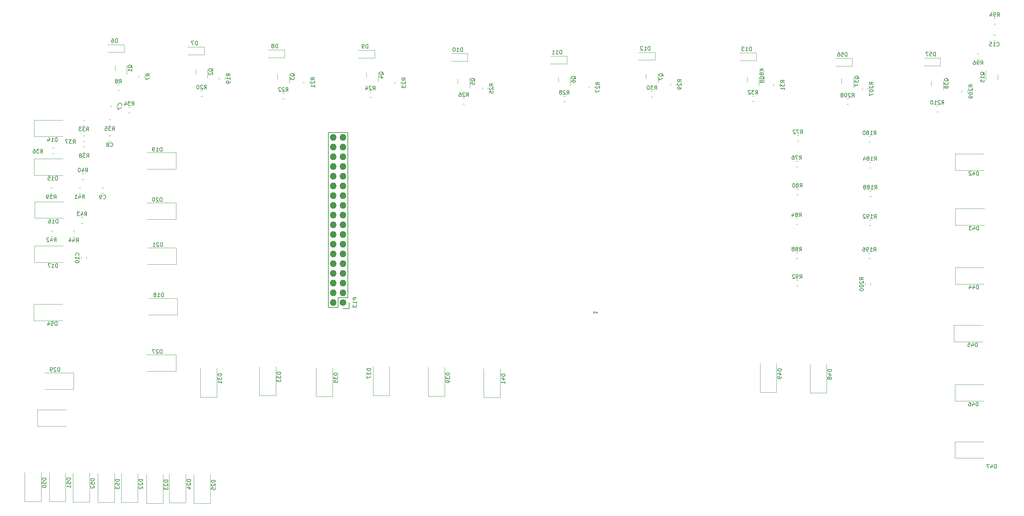
<source format=gbo>
%TF.GenerationSoftware,KiCad,Pcbnew,(6.0.0)*%
%TF.CreationDate,2022-03-05T09:13:47+01:00*%
%TF.ProjectId,arduiboard1,61726475-6962-46f6-9172-64312e6b6963,rev?*%
%TF.SameCoordinates,Original*%
%TF.FileFunction,Legend,Bot*%
%TF.FilePolarity,Positive*%
%FSLAX46Y46*%
G04 Gerber Fmt 4.6, Leading zero omitted, Abs format (unit mm)*
G04 Created by KiCad (PCBNEW (6.0.0)) date 2022-03-05 09:13:47*
%MOMM*%
%LPD*%
G01*
G04 APERTURE LIST*
%ADD10C,0.150000*%
%ADD11C,0.120000*%
%ADD12C,1.727200*%
%ADD13O,1.727200X1.727200*%
G04 APERTURE END LIST*
D10*
X170235619Y-116300285D02*
X170235619Y-116871714D01*
X170235619Y-116586000D02*
X171235619Y-116586000D01*
X171092761Y-116681238D01*
X170997523Y-116776476D01*
X170949904Y-116871714D01*
%TO.C,K8*%
X214545980Y-52983004D02*
X213545980Y-52983004D01*
X214545980Y-53554433D02*
X213974552Y-53125861D01*
X213545980Y-53554433D02*
X214117409Y-52983004D01*
X213974552Y-54125861D02*
X213926933Y-54030623D01*
X213879314Y-53983004D01*
X213784076Y-53935385D01*
X213736457Y-53935385D01*
X213641219Y-53983004D01*
X213593600Y-54030623D01*
X213545980Y-54125861D01*
X213545980Y-54316338D01*
X213593600Y-54411576D01*
X213641219Y-54459195D01*
X213736457Y-54506814D01*
X213784076Y-54506814D01*
X213879314Y-54459195D01*
X213926933Y-54411576D01*
X213974552Y-54316338D01*
X213974552Y-54125861D01*
X214022171Y-54030623D01*
X214069790Y-53983004D01*
X214165028Y-53935385D01*
X214355504Y-53935385D01*
X214450742Y-53983004D01*
X214498361Y-54030623D01*
X214545980Y-54125861D01*
X214545980Y-54316338D01*
X214498361Y-54411576D01*
X214450742Y-54459195D01*
X214355504Y-54506814D01*
X214165028Y-54506814D01*
X214069790Y-54459195D01*
X214022171Y-54411576D01*
X213974552Y-54316338D01*
%TO.C,R200*%
X240610380Y-108084952D02*
X240134190Y-107751619D01*
X240610380Y-107513523D02*
X239610380Y-107513523D01*
X239610380Y-107894476D01*
X239658000Y-107989714D01*
X239705619Y-108037333D01*
X239800857Y-108084952D01*
X239943714Y-108084952D01*
X240038952Y-108037333D01*
X240086571Y-107989714D01*
X240134190Y-107894476D01*
X240134190Y-107513523D01*
X239705619Y-108465904D02*
X239658000Y-108513523D01*
X239610380Y-108608761D01*
X239610380Y-108846857D01*
X239658000Y-108942095D01*
X239705619Y-108989714D01*
X239800857Y-109037333D01*
X239896095Y-109037333D01*
X240038952Y-108989714D01*
X240610380Y-108418285D01*
X240610380Y-109037333D01*
X239610380Y-109656380D02*
X239610380Y-109751619D01*
X239658000Y-109846857D01*
X239705619Y-109894476D01*
X239800857Y-109942095D01*
X239991333Y-109989714D01*
X240229428Y-109989714D01*
X240419904Y-109942095D01*
X240515142Y-109894476D01*
X240562761Y-109846857D01*
X240610380Y-109751619D01*
X240610380Y-109656380D01*
X240562761Y-109561142D01*
X240515142Y-109513523D01*
X240419904Y-109465904D01*
X240229428Y-109418285D01*
X239991333Y-109418285D01*
X239800857Y-109465904D01*
X239705619Y-109513523D01*
X239658000Y-109561142D01*
X239610380Y-109656380D01*
X239610380Y-110608761D02*
X239610380Y-110704000D01*
X239658000Y-110799238D01*
X239705619Y-110846857D01*
X239800857Y-110894476D01*
X239991333Y-110942095D01*
X240229428Y-110942095D01*
X240419904Y-110894476D01*
X240515142Y-110846857D01*
X240562761Y-110799238D01*
X240610380Y-110704000D01*
X240610380Y-110608761D01*
X240562761Y-110513523D01*
X240515142Y-110465904D01*
X240419904Y-110418285D01*
X240229428Y-110370666D01*
X239991333Y-110370666D01*
X239800857Y-110418285D01*
X239705619Y-110465904D01*
X239658000Y-110513523D01*
X239610380Y-110608761D01*
%TO.C,D51*%
X33525980Y-159923314D02*
X32525980Y-159923314D01*
X32525980Y-160161409D01*
X32573600Y-160304266D01*
X32668838Y-160399504D01*
X32764076Y-160447123D01*
X32954552Y-160494742D01*
X33097409Y-160494742D01*
X33287885Y-160447123D01*
X33383123Y-160399504D01*
X33478361Y-160304266D01*
X33525980Y-160161409D01*
X33525980Y-159923314D01*
X32525980Y-161399504D02*
X32525980Y-160923314D01*
X33002171Y-160875695D01*
X32954552Y-160923314D01*
X32906933Y-161018552D01*
X32906933Y-161256647D01*
X32954552Y-161351885D01*
X33002171Y-161399504D01*
X33097409Y-161447123D01*
X33335504Y-161447123D01*
X33430742Y-161399504D01*
X33478361Y-161351885D01*
X33525980Y-161256647D01*
X33525980Y-161018552D01*
X33478361Y-160923314D01*
X33430742Y-160875695D01*
X33525980Y-162399504D02*
X33525980Y-161828076D01*
X33525980Y-162113790D02*
X32525980Y-162113790D01*
X32668838Y-162018552D01*
X32764076Y-161923314D01*
X32811695Y-161828076D01*
%TO.C,R80*%
X224010457Y-83892380D02*
X224343790Y-83416190D01*
X224581885Y-83892380D02*
X224581885Y-82892380D01*
X224200933Y-82892380D01*
X224105695Y-82940000D01*
X224058076Y-82987619D01*
X224010457Y-83082857D01*
X224010457Y-83225714D01*
X224058076Y-83320952D01*
X224105695Y-83368571D01*
X224200933Y-83416190D01*
X224581885Y-83416190D01*
X223439028Y-83320952D02*
X223534266Y-83273333D01*
X223581885Y-83225714D01*
X223629504Y-83130476D01*
X223629504Y-83082857D01*
X223581885Y-82987619D01*
X223534266Y-82940000D01*
X223439028Y-82892380D01*
X223248552Y-82892380D01*
X223153314Y-82940000D01*
X223105695Y-82987619D01*
X223058076Y-83082857D01*
X223058076Y-83130476D01*
X223105695Y-83225714D01*
X223153314Y-83273333D01*
X223248552Y-83320952D01*
X223439028Y-83320952D01*
X223534266Y-83368571D01*
X223581885Y-83416190D01*
X223629504Y-83511428D01*
X223629504Y-83701904D01*
X223581885Y-83797142D01*
X223534266Y-83844761D01*
X223439028Y-83892380D01*
X223248552Y-83892380D01*
X223153314Y-83844761D01*
X223105695Y-83797142D01*
X223058076Y-83701904D01*
X223058076Y-83511428D01*
X223105695Y-83416190D01*
X223153314Y-83368571D01*
X223248552Y-83320952D01*
X222439028Y-82892380D02*
X222343790Y-82892380D01*
X222248552Y-82940000D01*
X222200933Y-82987619D01*
X222153314Y-83082857D01*
X222105695Y-83273333D01*
X222105695Y-83511428D01*
X222153314Y-83701904D01*
X222200933Y-83797142D01*
X222248552Y-83844761D01*
X222343790Y-83892380D01*
X222439028Y-83892380D01*
X222534266Y-83844761D01*
X222581885Y-83797142D01*
X222629504Y-83701904D01*
X222677123Y-83511428D01*
X222677123Y-83273333D01*
X222629504Y-83082857D01*
X222581885Y-82987619D01*
X222534266Y-82940000D01*
X222439028Y-82892380D01*
%TO.C,D49*%
X219199980Y-131420114D02*
X218199980Y-131420114D01*
X218199980Y-131658209D01*
X218247600Y-131801066D01*
X218342838Y-131896304D01*
X218438076Y-131943923D01*
X218628552Y-131991542D01*
X218771409Y-131991542D01*
X218961885Y-131943923D01*
X219057123Y-131896304D01*
X219152361Y-131801066D01*
X219199980Y-131658209D01*
X219199980Y-131420114D01*
X218533314Y-132848685D02*
X219199980Y-132848685D01*
X218152361Y-132610590D02*
X218866647Y-132372495D01*
X218866647Y-132991542D01*
X219199980Y-133420114D02*
X219199980Y-133610590D01*
X219152361Y-133705828D01*
X219104742Y-133753447D01*
X218961885Y-133848685D01*
X218771409Y-133896304D01*
X218390457Y-133896304D01*
X218295219Y-133848685D01*
X218247600Y-133801066D01*
X218199980Y-133705828D01*
X218199980Y-133515352D01*
X218247600Y-133420114D01*
X218295219Y-133372495D01*
X218390457Y-133324876D01*
X218628552Y-133324876D01*
X218723790Y-133372495D01*
X218771409Y-133420114D01*
X218819028Y-133515352D01*
X218819028Y-133705828D01*
X218771409Y-133801066D01*
X218723790Y-133848685D01*
X218628552Y-133896304D01*
%TO.C,R24*%
X112452857Y-58443880D02*
X112786190Y-57967690D01*
X113024285Y-58443880D02*
X113024285Y-57443880D01*
X112643333Y-57443880D01*
X112548095Y-57491500D01*
X112500476Y-57539119D01*
X112452857Y-57634357D01*
X112452857Y-57777214D01*
X112500476Y-57872452D01*
X112548095Y-57920071D01*
X112643333Y-57967690D01*
X113024285Y-57967690D01*
X112071904Y-57539119D02*
X112024285Y-57491500D01*
X111929047Y-57443880D01*
X111690952Y-57443880D01*
X111595714Y-57491500D01*
X111548095Y-57539119D01*
X111500476Y-57634357D01*
X111500476Y-57729595D01*
X111548095Y-57872452D01*
X112119523Y-58443880D01*
X111500476Y-58443880D01*
X110643333Y-57777214D02*
X110643333Y-58443880D01*
X110881428Y-57396261D02*
X111119523Y-58110547D01*
X110500476Y-58110547D01*
%TO.C,Q15*%
X272264419Y-54546571D02*
X272216800Y-54451333D01*
X272121561Y-54356095D01*
X271978704Y-54213238D01*
X271931085Y-54118000D01*
X271931085Y-54022761D01*
X272169180Y-54070380D02*
X272121561Y-53975142D01*
X272026323Y-53879904D01*
X271835847Y-53832285D01*
X271502514Y-53832285D01*
X271312038Y-53879904D01*
X271216800Y-53975142D01*
X271169180Y-54070380D01*
X271169180Y-54260857D01*
X271216800Y-54356095D01*
X271312038Y-54451333D01*
X271502514Y-54498952D01*
X271835847Y-54498952D01*
X272026323Y-54451333D01*
X272121561Y-54356095D01*
X272169180Y-54260857D01*
X272169180Y-54070380D01*
X272169180Y-55451333D02*
X272169180Y-54879904D01*
X272169180Y-55165619D02*
X271169180Y-55165619D01*
X271312038Y-55070380D01*
X271407276Y-54975142D01*
X271454895Y-54879904D01*
X271169180Y-56356095D02*
X271169180Y-55879904D01*
X271645371Y-55832285D01*
X271597752Y-55879904D01*
X271550133Y-55975142D01*
X271550133Y-56213238D01*
X271597752Y-56308476D01*
X271645371Y-56356095D01*
X271740609Y-56403714D01*
X271978704Y-56403714D01*
X272073942Y-56356095D01*
X272121561Y-56308476D01*
X272169180Y-56213238D01*
X272169180Y-55975142D01*
X272121561Y-55879904D01*
X272073942Y-55832285D01*
%TO.C,D19*%
X57399085Y-74465180D02*
X57399085Y-73465180D01*
X57160990Y-73465180D01*
X57018133Y-73512800D01*
X56922895Y-73608038D01*
X56875276Y-73703276D01*
X56827657Y-73893752D01*
X56827657Y-74036609D01*
X56875276Y-74227085D01*
X56922895Y-74322323D01*
X57018133Y-74417561D01*
X57160990Y-74465180D01*
X57399085Y-74465180D01*
X55875276Y-74465180D02*
X56446704Y-74465180D01*
X56160990Y-74465180D02*
X56160990Y-73465180D01*
X56256228Y-73608038D01*
X56351466Y-73703276D01*
X56446704Y-73750895D01*
X55399085Y-74465180D02*
X55208609Y-74465180D01*
X55113371Y-74417561D01*
X55065752Y-74369942D01*
X54970514Y-74227085D01*
X54922895Y-74036609D01*
X54922895Y-73655657D01*
X54970514Y-73560419D01*
X55018133Y-73512800D01*
X55113371Y-73465180D01*
X55303847Y-73465180D01*
X55399085Y-73512800D01*
X55446704Y-73560419D01*
X55494323Y-73655657D01*
X55494323Y-73893752D01*
X55446704Y-73988990D01*
X55399085Y-74036609D01*
X55303847Y-74084228D01*
X55113371Y-74084228D01*
X55018133Y-74036609D01*
X54970514Y-73988990D01*
X54922895Y-73893752D01*
%TO.C,C9*%
X42076666Y-86822342D02*
X42124285Y-86869961D01*
X42267142Y-86917580D01*
X42362380Y-86917580D01*
X42505238Y-86869961D01*
X42600476Y-86774723D01*
X42648095Y-86679485D01*
X42695714Y-86489009D01*
X42695714Y-86346152D01*
X42648095Y-86155676D01*
X42600476Y-86060438D01*
X42505238Y-85965200D01*
X42362380Y-85917580D01*
X42267142Y-85917580D01*
X42124285Y-85965200D01*
X42076666Y-86012819D01*
X41600476Y-86917580D02*
X41410000Y-86917580D01*
X41314761Y-86869961D01*
X41267142Y-86822342D01*
X41171904Y-86679485D01*
X41124285Y-86489009D01*
X41124285Y-86108057D01*
X41171904Y-86012819D01*
X41219523Y-85965200D01*
X41314761Y-85917580D01*
X41505238Y-85917580D01*
X41600476Y-85965200D01*
X41648095Y-86012819D01*
X41695714Y-86108057D01*
X41695714Y-86346152D01*
X41648095Y-86441390D01*
X41600476Y-86489009D01*
X41505238Y-86536628D01*
X41314761Y-86536628D01*
X41219523Y-86489009D01*
X41171904Y-86441390D01*
X41124285Y-86346152D01*
%TO.C,R184*%
X243435047Y-76881980D02*
X243768380Y-76405790D01*
X244006476Y-76881980D02*
X244006476Y-75881980D01*
X243625523Y-75881980D01*
X243530285Y-75929600D01*
X243482666Y-75977219D01*
X243435047Y-76072457D01*
X243435047Y-76215314D01*
X243482666Y-76310552D01*
X243530285Y-76358171D01*
X243625523Y-76405790D01*
X244006476Y-76405790D01*
X242482666Y-76881980D02*
X243054095Y-76881980D01*
X242768380Y-76881980D02*
X242768380Y-75881980D01*
X242863619Y-76024838D01*
X242958857Y-76120076D01*
X243054095Y-76167695D01*
X241911238Y-76310552D02*
X242006476Y-76262933D01*
X242054095Y-76215314D01*
X242101714Y-76120076D01*
X242101714Y-76072457D01*
X242054095Y-75977219D01*
X242006476Y-75929600D01*
X241911238Y-75881980D01*
X241720761Y-75881980D01*
X241625523Y-75929600D01*
X241577904Y-75977219D01*
X241530285Y-76072457D01*
X241530285Y-76120076D01*
X241577904Y-76215314D01*
X241625523Y-76262933D01*
X241720761Y-76310552D01*
X241911238Y-76310552D01*
X242006476Y-76358171D01*
X242054095Y-76405790D01*
X242101714Y-76501028D01*
X242101714Y-76691504D01*
X242054095Y-76786742D01*
X242006476Y-76834361D01*
X241911238Y-76881980D01*
X241720761Y-76881980D01*
X241625523Y-76834361D01*
X241577904Y-76786742D01*
X241530285Y-76691504D01*
X241530285Y-76501028D01*
X241577904Y-76405790D01*
X241625523Y-76358171D01*
X241720761Y-76310552D01*
X240673142Y-76215314D02*
X240673142Y-76881980D01*
X240911238Y-75834361D02*
X241149333Y-76548647D01*
X240530285Y-76548647D01*
%TO.C,Q37*%
X239421619Y-55546571D02*
X239374000Y-55451333D01*
X239278761Y-55356095D01*
X239135904Y-55213238D01*
X239088285Y-55118000D01*
X239088285Y-55022761D01*
X239326380Y-55070380D02*
X239278761Y-54975142D01*
X239183523Y-54879904D01*
X238993047Y-54832285D01*
X238659714Y-54832285D01*
X238469238Y-54879904D01*
X238374000Y-54975142D01*
X238326380Y-55070380D01*
X238326380Y-55260857D01*
X238374000Y-55356095D01*
X238469238Y-55451333D01*
X238659714Y-55498952D01*
X238993047Y-55498952D01*
X239183523Y-55451333D01*
X239278761Y-55356095D01*
X239326380Y-55260857D01*
X239326380Y-55070380D01*
X238326380Y-55832285D02*
X238326380Y-56451333D01*
X238707333Y-56118000D01*
X238707333Y-56260857D01*
X238754952Y-56356095D01*
X238802571Y-56403714D01*
X238897809Y-56451333D01*
X239135904Y-56451333D01*
X239231142Y-56403714D01*
X239278761Y-56356095D01*
X239326380Y-56260857D01*
X239326380Y-55975142D01*
X239278761Y-55879904D01*
X239231142Y-55832285D01*
X238326380Y-56784666D02*
X238326380Y-57451333D01*
X239326380Y-57022761D01*
%TO.C,D24*%
X64920380Y-160278914D02*
X63920380Y-160278914D01*
X63920380Y-160517009D01*
X63968000Y-160659866D01*
X64063238Y-160755104D01*
X64158476Y-160802723D01*
X64348952Y-160850342D01*
X64491809Y-160850342D01*
X64682285Y-160802723D01*
X64777523Y-160755104D01*
X64872761Y-160659866D01*
X64920380Y-160517009D01*
X64920380Y-160278914D01*
X64015619Y-161231295D02*
X63968000Y-161278914D01*
X63920380Y-161374152D01*
X63920380Y-161612247D01*
X63968000Y-161707485D01*
X64015619Y-161755104D01*
X64110857Y-161802723D01*
X64206095Y-161802723D01*
X64348952Y-161755104D01*
X64920380Y-161183676D01*
X64920380Y-161802723D01*
X64253714Y-162659866D02*
X64920380Y-162659866D01*
X63872761Y-162421771D02*
X64587047Y-162183676D01*
X64587047Y-162802723D01*
%TO.C,D56*%
X236331285Y-49642780D02*
X236331285Y-48642780D01*
X236093190Y-48642780D01*
X235950333Y-48690400D01*
X235855095Y-48785638D01*
X235807476Y-48880876D01*
X235759857Y-49071352D01*
X235759857Y-49214209D01*
X235807476Y-49404685D01*
X235855095Y-49499923D01*
X235950333Y-49595161D01*
X236093190Y-49642780D01*
X236331285Y-49642780D01*
X234855095Y-48642780D02*
X235331285Y-48642780D01*
X235378904Y-49118971D01*
X235331285Y-49071352D01*
X235236047Y-49023733D01*
X234997952Y-49023733D01*
X234902714Y-49071352D01*
X234855095Y-49118971D01*
X234807476Y-49214209D01*
X234807476Y-49452304D01*
X234855095Y-49547542D01*
X234902714Y-49595161D01*
X234997952Y-49642780D01*
X235236047Y-49642780D01*
X235331285Y-49595161D01*
X235378904Y-49547542D01*
X233950333Y-48642780D02*
X234140809Y-48642780D01*
X234236047Y-48690400D01*
X234283666Y-48738019D01*
X234378904Y-48880876D01*
X234426523Y-49071352D01*
X234426523Y-49452304D01*
X234378904Y-49547542D01*
X234331285Y-49595161D01*
X234236047Y-49642780D01*
X234045571Y-49642780D01*
X233950333Y-49595161D01*
X233902714Y-49547542D01*
X233855095Y-49452304D01*
X233855095Y-49214209D01*
X233902714Y-49118971D01*
X233950333Y-49071352D01*
X234045571Y-49023733D01*
X234236047Y-49023733D01*
X234331285Y-49071352D01*
X234378904Y-49118971D01*
X234426523Y-49214209D01*
%TO.C,R7*%
X54172380Y-54808333D02*
X53696190Y-54475000D01*
X54172380Y-54236904D02*
X53172380Y-54236904D01*
X53172380Y-54617857D01*
X53220000Y-54713095D01*
X53267619Y-54760714D01*
X53362857Y-54808333D01*
X53505714Y-54808333D01*
X53600952Y-54760714D01*
X53648571Y-54713095D01*
X53696190Y-54617857D01*
X53696190Y-54236904D01*
X53172380Y-55141666D02*
X53172380Y-55808333D01*
X54172380Y-55379761D01*
%TO.C,D27*%
X57399085Y-127297180D02*
X57399085Y-126297180D01*
X57160990Y-126297180D01*
X57018133Y-126344800D01*
X56922895Y-126440038D01*
X56875276Y-126535276D01*
X56827657Y-126725752D01*
X56827657Y-126868609D01*
X56875276Y-127059085D01*
X56922895Y-127154323D01*
X57018133Y-127249561D01*
X57160990Y-127297180D01*
X57399085Y-127297180D01*
X56446704Y-126392419D02*
X56399085Y-126344800D01*
X56303847Y-126297180D01*
X56065752Y-126297180D01*
X55970514Y-126344800D01*
X55922895Y-126392419D01*
X55875276Y-126487657D01*
X55875276Y-126582895D01*
X55922895Y-126725752D01*
X56494323Y-127297180D01*
X55875276Y-127297180D01*
X55541942Y-126297180D02*
X54875276Y-126297180D01*
X55303847Y-127297180D01*
%TO.C,R188*%
X243536647Y-84349580D02*
X243869980Y-83873390D01*
X244108076Y-84349580D02*
X244108076Y-83349580D01*
X243727123Y-83349580D01*
X243631885Y-83397200D01*
X243584266Y-83444819D01*
X243536647Y-83540057D01*
X243536647Y-83682914D01*
X243584266Y-83778152D01*
X243631885Y-83825771D01*
X243727123Y-83873390D01*
X244108076Y-83873390D01*
X242584266Y-84349580D02*
X243155695Y-84349580D01*
X242869980Y-84349580D02*
X242869980Y-83349580D01*
X242965219Y-83492438D01*
X243060457Y-83587676D01*
X243155695Y-83635295D01*
X242012838Y-83778152D02*
X242108076Y-83730533D01*
X242155695Y-83682914D01*
X242203314Y-83587676D01*
X242203314Y-83540057D01*
X242155695Y-83444819D01*
X242108076Y-83397200D01*
X242012838Y-83349580D01*
X241822361Y-83349580D01*
X241727123Y-83397200D01*
X241679504Y-83444819D01*
X241631885Y-83540057D01*
X241631885Y-83587676D01*
X241679504Y-83682914D01*
X241727123Y-83730533D01*
X241822361Y-83778152D01*
X242012838Y-83778152D01*
X242108076Y-83825771D01*
X242155695Y-83873390D01*
X242203314Y-83968628D01*
X242203314Y-84159104D01*
X242155695Y-84254342D01*
X242108076Y-84301961D01*
X242012838Y-84349580D01*
X241822361Y-84349580D01*
X241727123Y-84301961D01*
X241679504Y-84254342D01*
X241631885Y-84159104D01*
X241631885Y-83968628D01*
X241679504Y-83873390D01*
X241727123Y-83825771D01*
X241822361Y-83778152D01*
X241060457Y-83778152D02*
X241155695Y-83730533D01*
X241203314Y-83682914D01*
X241250933Y-83587676D01*
X241250933Y-83540057D01*
X241203314Y-83444819D01*
X241155695Y-83397200D01*
X241060457Y-83349580D01*
X240869980Y-83349580D01*
X240774742Y-83397200D01*
X240727123Y-83444819D01*
X240679504Y-83540057D01*
X240679504Y-83587676D01*
X240727123Y-83682914D01*
X240774742Y-83730533D01*
X240869980Y-83778152D01*
X241060457Y-83778152D01*
X241155695Y-83825771D01*
X241203314Y-83873390D01*
X241250933Y-83968628D01*
X241250933Y-84159104D01*
X241203314Y-84254342D01*
X241155695Y-84301961D01*
X241060457Y-84349580D01*
X240869980Y-84349580D01*
X240774742Y-84301961D01*
X240727123Y-84254342D01*
X240679504Y-84159104D01*
X240679504Y-83968628D01*
X240727123Y-83873390D01*
X240774742Y-83825771D01*
X240869980Y-83778152D01*
%TO.C,R44*%
X34983657Y-98165180D02*
X35316990Y-97688990D01*
X35555085Y-98165180D02*
X35555085Y-97165180D01*
X35174133Y-97165180D01*
X35078895Y-97212800D01*
X35031276Y-97260419D01*
X34983657Y-97355657D01*
X34983657Y-97498514D01*
X35031276Y-97593752D01*
X35078895Y-97641371D01*
X35174133Y-97688990D01*
X35555085Y-97688990D01*
X34126514Y-97498514D02*
X34126514Y-98165180D01*
X34364609Y-97117561D02*
X34602704Y-97831847D01*
X33983657Y-97831847D01*
X33174133Y-97498514D02*
X33174133Y-98165180D01*
X33412228Y-97117561D02*
X33650323Y-97831847D01*
X33031276Y-97831847D01*
%TO.C,R19*%
X75193380Y-54791642D02*
X74717190Y-54458309D01*
X75193380Y-54220214D02*
X74193380Y-54220214D01*
X74193380Y-54601166D01*
X74241000Y-54696404D01*
X74288619Y-54744023D01*
X74383857Y-54791642D01*
X74526714Y-54791642D01*
X74621952Y-54744023D01*
X74669571Y-54696404D01*
X74717190Y-54601166D01*
X74717190Y-54220214D01*
X75193380Y-55744023D02*
X75193380Y-55172595D01*
X75193380Y-55458309D02*
X74193380Y-55458309D01*
X74336238Y-55363071D01*
X74431476Y-55267833D01*
X74479095Y-55172595D01*
X75193380Y-56220214D02*
X75193380Y-56410690D01*
X75145761Y-56505928D01*
X75098142Y-56553547D01*
X74955285Y-56648785D01*
X74764809Y-56696404D01*
X74383857Y-56696404D01*
X74288619Y-56648785D01*
X74241000Y-56601166D01*
X74193380Y-56505928D01*
X74193380Y-56315452D01*
X74241000Y-56220214D01*
X74288619Y-56172595D01*
X74383857Y-56124976D01*
X74621952Y-56124976D01*
X74717190Y-56172595D01*
X74764809Y-56220214D01*
X74812428Y-56315452D01*
X74812428Y-56505928D01*
X74764809Y-56601166D01*
X74717190Y-56648785D01*
X74621952Y-56696404D01*
%TO.C,R42*%
X29192457Y-98114380D02*
X29525790Y-97638190D01*
X29763885Y-98114380D02*
X29763885Y-97114380D01*
X29382933Y-97114380D01*
X29287695Y-97162000D01*
X29240076Y-97209619D01*
X29192457Y-97304857D01*
X29192457Y-97447714D01*
X29240076Y-97542952D01*
X29287695Y-97590571D01*
X29382933Y-97638190D01*
X29763885Y-97638190D01*
X28335314Y-97447714D02*
X28335314Y-98114380D01*
X28573409Y-97066761D02*
X28811504Y-97781047D01*
X28192457Y-97781047D01*
X27859123Y-97209619D02*
X27811504Y-97162000D01*
X27716266Y-97114380D01*
X27478171Y-97114380D01*
X27382933Y-97162000D01*
X27335314Y-97209619D01*
X27287695Y-97304857D01*
X27287695Y-97400095D01*
X27335314Y-97542952D01*
X27906742Y-98114380D01*
X27287695Y-98114380D01*
%TO.C,R41*%
X36558457Y-86836780D02*
X36891790Y-86360590D01*
X37129885Y-86836780D02*
X37129885Y-85836780D01*
X36748933Y-85836780D01*
X36653695Y-85884400D01*
X36606076Y-85932019D01*
X36558457Y-86027257D01*
X36558457Y-86170114D01*
X36606076Y-86265352D01*
X36653695Y-86312971D01*
X36748933Y-86360590D01*
X37129885Y-86360590D01*
X35701314Y-86170114D02*
X35701314Y-86836780D01*
X35939409Y-85789161D02*
X36177504Y-86503447D01*
X35558457Y-86503447D01*
X34653695Y-86836780D02*
X35225123Y-86836780D01*
X34939409Y-86836780D02*
X34939409Y-85836780D01*
X35034647Y-85979638D01*
X35129885Y-86074876D01*
X35225123Y-86122495D01*
%TO.C,R84*%
X223807257Y-91613980D02*
X224140590Y-91137790D01*
X224378685Y-91613980D02*
X224378685Y-90613980D01*
X223997733Y-90613980D01*
X223902495Y-90661600D01*
X223854876Y-90709219D01*
X223807257Y-90804457D01*
X223807257Y-90947314D01*
X223854876Y-91042552D01*
X223902495Y-91090171D01*
X223997733Y-91137790D01*
X224378685Y-91137790D01*
X223235828Y-91042552D02*
X223331066Y-90994933D01*
X223378685Y-90947314D01*
X223426304Y-90852076D01*
X223426304Y-90804457D01*
X223378685Y-90709219D01*
X223331066Y-90661600D01*
X223235828Y-90613980D01*
X223045352Y-90613980D01*
X222950114Y-90661600D01*
X222902495Y-90709219D01*
X222854876Y-90804457D01*
X222854876Y-90852076D01*
X222902495Y-90947314D01*
X222950114Y-90994933D01*
X223045352Y-91042552D01*
X223235828Y-91042552D01*
X223331066Y-91090171D01*
X223378685Y-91137790D01*
X223426304Y-91233028D01*
X223426304Y-91423504D01*
X223378685Y-91518742D01*
X223331066Y-91566361D01*
X223235828Y-91613980D01*
X223045352Y-91613980D01*
X222950114Y-91566361D01*
X222902495Y-91518742D01*
X222854876Y-91423504D01*
X222854876Y-91233028D01*
X222902495Y-91137790D01*
X222950114Y-91090171D01*
X223045352Y-91042552D01*
X221997733Y-90947314D02*
X221997733Y-91613980D01*
X222235828Y-90566361D02*
X222473923Y-91280647D01*
X221854876Y-91280647D01*
%TO.C,D54*%
X29967085Y-120038380D02*
X29967085Y-119038380D01*
X29728990Y-119038380D01*
X29586133Y-119086000D01*
X29490895Y-119181238D01*
X29443276Y-119276476D01*
X29395657Y-119466952D01*
X29395657Y-119609809D01*
X29443276Y-119800285D01*
X29490895Y-119895523D01*
X29586133Y-119990761D01*
X29728990Y-120038380D01*
X29967085Y-120038380D01*
X28490895Y-119038380D02*
X28967085Y-119038380D01*
X29014704Y-119514571D01*
X28967085Y-119466952D01*
X28871847Y-119419333D01*
X28633752Y-119419333D01*
X28538514Y-119466952D01*
X28490895Y-119514571D01*
X28443276Y-119609809D01*
X28443276Y-119847904D01*
X28490895Y-119943142D01*
X28538514Y-119990761D01*
X28633752Y-120038380D01*
X28871847Y-120038380D01*
X28967085Y-119990761D01*
X29014704Y-119943142D01*
X27586133Y-119371714D02*
X27586133Y-120038380D01*
X27824228Y-118990761D02*
X28062323Y-119705047D01*
X27443276Y-119705047D01*
%TO.C,Q8*%
X214717619Y-55609261D02*
X214670000Y-55514023D01*
X214574761Y-55418785D01*
X214431904Y-55275928D01*
X214384285Y-55180690D01*
X214384285Y-55085452D01*
X214622380Y-55133071D02*
X214574761Y-55037833D01*
X214479523Y-54942595D01*
X214289047Y-54894976D01*
X213955714Y-54894976D01*
X213765238Y-54942595D01*
X213670000Y-55037833D01*
X213622380Y-55133071D01*
X213622380Y-55323547D01*
X213670000Y-55418785D01*
X213765238Y-55514023D01*
X213955714Y-55561642D01*
X214289047Y-55561642D01*
X214479523Y-55514023D01*
X214574761Y-55418785D01*
X214622380Y-55323547D01*
X214622380Y-55133071D01*
X214050952Y-56133071D02*
X214003333Y-56037833D01*
X213955714Y-55990214D01*
X213860476Y-55942595D01*
X213812857Y-55942595D01*
X213717619Y-55990214D01*
X213670000Y-56037833D01*
X213622380Y-56133071D01*
X213622380Y-56323547D01*
X213670000Y-56418785D01*
X213717619Y-56466404D01*
X213812857Y-56514023D01*
X213860476Y-56514023D01*
X213955714Y-56466404D01*
X214003333Y-56418785D01*
X214050952Y-56323547D01*
X214050952Y-56133071D01*
X214098571Y-56037833D01*
X214146190Y-55990214D01*
X214241428Y-55942595D01*
X214431904Y-55942595D01*
X214527142Y-55990214D01*
X214574761Y-56037833D01*
X214622380Y-56133071D01*
X214622380Y-56323547D01*
X214574761Y-56418785D01*
X214527142Y-56466404D01*
X214431904Y-56514023D01*
X214241428Y-56514023D01*
X214146190Y-56466404D01*
X214098571Y-56418785D01*
X214050952Y-56323547D01*
%TO.C,Q2*%
X70704619Y-53577261D02*
X70657000Y-53482023D01*
X70561761Y-53386785D01*
X70418904Y-53243928D01*
X70371285Y-53148690D01*
X70371285Y-53053452D01*
X70609380Y-53101071D02*
X70561761Y-53005833D01*
X70466523Y-52910595D01*
X70276047Y-52862976D01*
X69942714Y-52862976D01*
X69752238Y-52910595D01*
X69657000Y-53005833D01*
X69609380Y-53101071D01*
X69609380Y-53291547D01*
X69657000Y-53386785D01*
X69752238Y-53482023D01*
X69942714Y-53529642D01*
X70276047Y-53529642D01*
X70466523Y-53482023D01*
X70561761Y-53386785D01*
X70609380Y-53291547D01*
X70609380Y-53101071D01*
X69704619Y-53910595D02*
X69657000Y-53958214D01*
X69609380Y-54053452D01*
X69609380Y-54291547D01*
X69657000Y-54386785D01*
X69704619Y-54434404D01*
X69799857Y-54482023D01*
X69895095Y-54482023D01*
X70037952Y-54434404D01*
X70609380Y-53862976D01*
X70609380Y-54482023D01*
%TO.C,Q6*%
X165446619Y-55609261D02*
X165399000Y-55514023D01*
X165303761Y-55418785D01*
X165160904Y-55275928D01*
X165113285Y-55180690D01*
X165113285Y-55085452D01*
X165351380Y-55133071D02*
X165303761Y-55037833D01*
X165208523Y-54942595D01*
X165018047Y-54894976D01*
X164684714Y-54894976D01*
X164494238Y-54942595D01*
X164399000Y-55037833D01*
X164351380Y-55133071D01*
X164351380Y-55323547D01*
X164399000Y-55418785D01*
X164494238Y-55514023D01*
X164684714Y-55561642D01*
X165018047Y-55561642D01*
X165208523Y-55514023D01*
X165303761Y-55418785D01*
X165351380Y-55323547D01*
X165351380Y-55133071D01*
X164351380Y-56418785D02*
X164351380Y-56228309D01*
X164399000Y-56133071D01*
X164446619Y-56085452D01*
X164589476Y-55990214D01*
X164779952Y-55942595D01*
X165160904Y-55942595D01*
X165256142Y-55990214D01*
X165303761Y-56037833D01*
X165351380Y-56133071D01*
X165351380Y-56323547D01*
X165303761Y-56418785D01*
X165256142Y-56466404D01*
X165160904Y-56514023D01*
X164922809Y-56514023D01*
X164827571Y-56466404D01*
X164779952Y-56418785D01*
X164732333Y-56323547D01*
X164732333Y-56133071D01*
X164779952Y-56037833D01*
X164827571Y-55990214D01*
X164922809Y-55942595D01*
%TO.C,R29*%
X193081880Y-56364142D02*
X192605690Y-56030809D01*
X193081880Y-55792714D02*
X192081880Y-55792714D01*
X192081880Y-56173666D01*
X192129500Y-56268904D01*
X192177119Y-56316523D01*
X192272357Y-56364142D01*
X192415214Y-56364142D01*
X192510452Y-56316523D01*
X192558071Y-56268904D01*
X192605690Y-56173666D01*
X192605690Y-55792714D01*
X192177119Y-56745095D02*
X192129500Y-56792714D01*
X192081880Y-56887952D01*
X192081880Y-57126047D01*
X192129500Y-57221285D01*
X192177119Y-57268904D01*
X192272357Y-57316523D01*
X192367595Y-57316523D01*
X192510452Y-57268904D01*
X193081880Y-56697476D01*
X193081880Y-57316523D01*
X193081880Y-57792714D02*
X193081880Y-57983190D01*
X193034261Y-58078428D01*
X192986642Y-58126047D01*
X192843785Y-58221285D01*
X192653309Y-58268904D01*
X192272357Y-58268904D01*
X192177119Y-58221285D01*
X192129500Y-58173666D01*
X192081880Y-58078428D01*
X192081880Y-57887952D01*
X192129500Y-57792714D01*
X192177119Y-57745095D01*
X192272357Y-57697476D01*
X192510452Y-57697476D01*
X192605690Y-57745095D01*
X192653309Y-57792714D01*
X192700928Y-57887952D01*
X192700928Y-58078428D01*
X192653309Y-58173666D01*
X192605690Y-58221285D01*
X192510452Y-58268904D01*
%TO.C,D37*%
X111952380Y-131285714D02*
X110952380Y-131285714D01*
X110952380Y-131523809D01*
X111000000Y-131666666D01*
X111095238Y-131761904D01*
X111190476Y-131809523D01*
X111380952Y-131857142D01*
X111523809Y-131857142D01*
X111714285Y-131809523D01*
X111809523Y-131761904D01*
X111904761Y-131666666D01*
X111952380Y-131523809D01*
X111952380Y-131285714D01*
X110952380Y-132190476D02*
X110952380Y-132809523D01*
X111333333Y-132476190D01*
X111333333Y-132619047D01*
X111380952Y-132714285D01*
X111428571Y-132761904D01*
X111523809Y-132809523D01*
X111761904Y-132809523D01*
X111857142Y-132761904D01*
X111904761Y-132714285D01*
X111952380Y-132619047D01*
X111952380Y-132333333D01*
X111904761Y-132238095D01*
X111857142Y-132190476D01*
X110952380Y-133142857D02*
X110952380Y-133809523D01*
X111952380Y-133380952D01*
%TO.C,R28*%
X163141857Y-59586880D02*
X163475190Y-59110690D01*
X163713285Y-59586880D02*
X163713285Y-58586880D01*
X163332333Y-58586880D01*
X163237095Y-58634500D01*
X163189476Y-58682119D01*
X163141857Y-58777357D01*
X163141857Y-58920214D01*
X163189476Y-59015452D01*
X163237095Y-59063071D01*
X163332333Y-59110690D01*
X163713285Y-59110690D01*
X162760904Y-58682119D02*
X162713285Y-58634500D01*
X162618047Y-58586880D01*
X162379952Y-58586880D01*
X162284714Y-58634500D01*
X162237095Y-58682119D01*
X162189476Y-58777357D01*
X162189476Y-58872595D01*
X162237095Y-59015452D01*
X162808523Y-59586880D01*
X162189476Y-59586880D01*
X161618047Y-59015452D02*
X161713285Y-58967833D01*
X161760904Y-58920214D01*
X161808523Y-58824976D01*
X161808523Y-58777357D01*
X161760904Y-58682119D01*
X161713285Y-58634500D01*
X161618047Y-58586880D01*
X161427571Y-58586880D01*
X161332333Y-58634500D01*
X161284714Y-58682119D01*
X161237095Y-58777357D01*
X161237095Y-58824976D01*
X161284714Y-58920214D01*
X161332333Y-58967833D01*
X161427571Y-59015452D01*
X161618047Y-59015452D01*
X161713285Y-59063071D01*
X161760904Y-59110690D01*
X161808523Y-59205928D01*
X161808523Y-59396404D01*
X161760904Y-59491642D01*
X161713285Y-59539261D01*
X161618047Y-59586880D01*
X161427571Y-59586880D01*
X161332333Y-59539261D01*
X161284714Y-59491642D01*
X161237095Y-59396404D01*
X161237095Y-59205928D01*
X161284714Y-59110690D01*
X161332333Y-59063071D01*
X161427571Y-59015452D01*
%TO.C,R26*%
X136868857Y-60173380D02*
X137202190Y-59697190D01*
X137440285Y-60173380D02*
X137440285Y-59173380D01*
X137059333Y-59173380D01*
X136964095Y-59221000D01*
X136916476Y-59268619D01*
X136868857Y-59363857D01*
X136868857Y-59506714D01*
X136916476Y-59601952D01*
X136964095Y-59649571D01*
X137059333Y-59697190D01*
X137440285Y-59697190D01*
X136487904Y-59268619D02*
X136440285Y-59221000D01*
X136345047Y-59173380D01*
X136106952Y-59173380D01*
X136011714Y-59221000D01*
X135964095Y-59268619D01*
X135916476Y-59363857D01*
X135916476Y-59459095D01*
X135964095Y-59601952D01*
X136535523Y-60173380D01*
X135916476Y-60173380D01*
X135059333Y-59173380D02*
X135249809Y-59173380D01*
X135345047Y-59221000D01*
X135392666Y-59268619D01*
X135487904Y-59411476D01*
X135535523Y-59601952D01*
X135535523Y-59982904D01*
X135487904Y-60078142D01*
X135440285Y-60125761D01*
X135345047Y-60173380D01*
X135154571Y-60173380D01*
X135059333Y-60125761D01*
X135011714Y-60078142D01*
X134964095Y-59982904D01*
X134964095Y-59744809D01*
X135011714Y-59649571D01*
X135059333Y-59601952D01*
X135154571Y-59554333D01*
X135345047Y-59554333D01*
X135440285Y-59601952D01*
X135487904Y-59649571D01*
X135535523Y-59744809D01*
%TO.C,D25*%
X71321180Y-160482114D02*
X70321180Y-160482114D01*
X70321180Y-160720209D01*
X70368800Y-160863066D01*
X70464038Y-160958304D01*
X70559276Y-161005923D01*
X70749752Y-161053542D01*
X70892609Y-161053542D01*
X71083085Y-161005923D01*
X71178323Y-160958304D01*
X71273561Y-160863066D01*
X71321180Y-160720209D01*
X71321180Y-160482114D01*
X70416419Y-161434495D02*
X70368800Y-161482114D01*
X70321180Y-161577352D01*
X70321180Y-161815447D01*
X70368800Y-161910685D01*
X70416419Y-161958304D01*
X70511657Y-162005923D01*
X70606895Y-162005923D01*
X70749752Y-161958304D01*
X71321180Y-161386876D01*
X71321180Y-162005923D01*
X70321180Y-162910685D02*
X70321180Y-162434495D01*
X70797371Y-162386876D01*
X70749752Y-162434495D01*
X70702133Y-162529733D01*
X70702133Y-162767828D01*
X70749752Y-162863066D01*
X70797371Y-162910685D01*
X70892609Y-162958304D01*
X71130704Y-162958304D01*
X71225942Y-162910685D01*
X71273561Y-162863066D01*
X71321180Y-162767828D01*
X71321180Y-162529733D01*
X71273561Y-162434495D01*
X71225942Y-162386876D01*
%TO.C,D57*%
X259409685Y-49561780D02*
X259409685Y-48561780D01*
X259171590Y-48561780D01*
X259028733Y-48609400D01*
X258933495Y-48704638D01*
X258885876Y-48799876D01*
X258838257Y-48990352D01*
X258838257Y-49133209D01*
X258885876Y-49323685D01*
X258933495Y-49418923D01*
X259028733Y-49514161D01*
X259171590Y-49561780D01*
X259409685Y-49561780D01*
X257933495Y-48561780D02*
X258409685Y-48561780D01*
X258457304Y-49037971D01*
X258409685Y-48990352D01*
X258314447Y-48942733D01*
X258076352Y-48942733D01*
X257981114Y-48990352D01*
X257933495Y-49037971D01*
X257885876Y-49133209D01*
X257885876Y-49371304D01*
X257933495Y-49466542D01*
X257981114Y-49514161D01*
X258076352Y-49561780D01*
X258314447Y-49561780D01*
X258409685Y-49514161D01*
X258457304Y-49466542D01*
X257552542Y-48561780D02*
X256885876Y-48561780D01*
X257314447Y-49561780D01*
%TO.C,R180*%
X243333447Y-70125580D02*
X243666780Y-69649390D01*
X243904876Y-70125580D02*
X243904876Y-69125580D01*
X243523923Y-69125580D01*
X243428685Y-69173200D01*
X243381066Y-69220819D01*
X243333447Y-69316057D01*
X243333447Y-69458914D01*
X243381066Y-69554152D01*
X243428685Y-69601771D01*
X243523923Y-69649390D01*
X243904876Y-69649390D01*
X242381066Y-70125580D02*
X242952495Y-70125580D01*
X242666780Y-70125580D02*
X242666780Y-69125580D01*
X242762019Y-69268438D01*
X242857257Y-69363676D01*
X242952495Y-69411295D01*
X241809638Y-69554152D02*
X241904876Y-69506533D01*
X241952495Y-69458914D01*
X242000114Y-69363676D01*
X242000114Y-69316057D01*
X241952495Y-69220819D01*
X241904876Y-69173200D01*
X241809638Y-69125580D01*
X241619161Y-69125580D01*
X241523923Y-69173200D01*
X241476304Y-69220819D01*
X241428685Y-69316057D01*
X241428685Y-69363676D01*
X241476304Y-69458914D01*
X241523923Y-69506533D01*
X241619161Y-69554152D01*
X241809638Y-69554152D01*
X241904876Y-69601771D01*
X241952495Y-69649390D01*
X242000114Y-69744628D01*
X242000114Y-69935104D01*
X241952495Y-70030342D01*
X241904876Y-70077961D01*
X241809638Y-70125580D01*
X241619161Y-70125580D01*
X241523923Y-70077961D01*
X241476304Y-70030342D01*
X241428685Y-69935104D01*
X241428685Y-69744628D01*
X241476304Y-69649390D01*
X241523923Y-69601771D01*
X241619161Y-69554152D01*
X240809638Y-69125580D02*
X240714400Y-69125580D01*
X240619161Y-69173200D01*
X240571542Y-69220819D01*
X240523923Y-69316057D01*
X240476304Y-69506533D01*
X240476304Y-69744628D01*
X240523923Y-69935104D01*
X240571542Y-70030342D01*
X240619161Y-70077961D01*
X240714400Y-70125580D01*
X240809638Y-70125580D01*
X240904876Y-70077961D01*
X240952495Y-70030342D01*
X241000114Y-69935104D01*
X241047733Y-69744628D01*
X241047733Y-69506533D01*
X241000114Y-69316057D01*
X240952495Y-69220819D01*
X240904876Y-69173200D01*
X240809638Y-69125580D01*
%TO.C,D31*%
X72997580Y-132643714D02*
X71997580Y-132643714D01*
X71997580Y-132881809D01*
X72045200Y-133024666D01*
X72140438Y-133119904D01*
X72235676Y-133167523D01*
X72426152Y-133215142D01*
X72569009Y-133215142D01*
X72759485Y-133167523D01*
X72854723Y-133119904D01*
X72949961Y-133024666D01*
X72997580Y-132881809D01*
X72997580Y-132643714D01*
X71997580Y-133548476D02*
X71997580Y-134167523D01*
X72378533Y-133834190D01*
X72378533Y-133977047D01*
X72426152Y-134072285D01*
X72473771Y-134119904D01*
X72569009Y-134167523D01*
X72807104Y-134167523D01*
X72902342Y-134119904D01*
X72949961Y-134072285D01*
X72997580Y-133977047D01*
X72997580Y-133691333D01*
X72949961Y-133596095D01*
X72902342Y-133548476D01*
X72997580Y-135119904D02*
X72997580Y-134548476D01*
X72997580Y-134834190D02*
X71997580Y-134834190D01*
X72140438Y-134738952D01*
X72235676Y-134643714D01*
X72283295Y-134548476D01*
%TO.C,D18*%
X57754685Y-112514380D02*
X57754685Y-111514380D01*
X57516590Y-111514380D01*
X57373733Y-111562000D01*
X57278495Y-111657238D01*
X57230876Y-111752476D01*
X57183257Y-111942952D01*
X57183257Y-112085809D01*
X57230876Y-112276285D01*
X57278495Y-112371523D01*
X57373733Y-112466761D01*
X57516590Y-112514380D01*
X57754685Y-112514380D01*
X56230876Y-112514380D02*
X56802304Y-112514380D01*
X56516590Y-112514380D02*
X56516590Y-111514380D01*
X56611828Y-111657238D01*
X56707066Y-111752476D01*
X56802304Y-111800095D01*
X55659447Y-111942952D02*
X55754685Y-111895333D01*
X55802304Y-111847714D01*
X55849923Y-111752476D01*
X55849923Y-111704857D01*
X55802304Y-111609619D01*
X55754685Y-111562000D01*
X55659447Y-111514380D01*
X55468971Y-111514380D01*
X55373733Y-111562000D01*
X55326114Y-111609619D01*
X55278495Y-111704857D01*
X55278495Y-111752476D01*
X55326114Y-111847714D01*
X55373733Y-111895333D01*
X55468971Y-111942952D01*
X55659447Y-111942952D01*
X55754685Y-111990571D01*
X55802304Y-112038190D01*
X55849923Y-112133428D01*
X55849923Y-112323904D01*
X55802304Y-112419142D01*
X55754685Y-112466761D01*
X55659447Y-112514380D01*
X55468971Y-112514380D01*
X55373733Y-112466761D01*
X55326114Y-112419142D01*
X55278495Y-112323904D01*
X55278495Y-112133428D01*
X55326114Y-112038190D01*
X55373733Y-111990571D01*
X55468971Y-111942952D01*
%TO.C,Q1*%
X49617619Y-52688261D02*
X49570000Y-52593023D01*
X49474761Y-52497785D01*
X49331904Y-52354928D01*
X49284285Y-52259690D01*
X49284285Y-52164452D01*
X49522380Y-52212071D02*
X49474761Y-52116833D01*
X49379523Y-52021595D01*
X49189047Y-51973976D01*
X48855714Y-51973976D01*
X48665238Y-52021595D01*
X48570000Y-52116833D01*
X48522380Y-52212071D01*
X48522380Y-52402547D01*
X48570000Y-52497785D01*
X48665238Y-52593023D01*
X48855714Y-52640642D01*
X49189047Y-52640642D01*
X49379523Y-52593023D01*
X49474761Y-52497785D01*
X49522380Y-52402547D01*
X49522380Y-52212071D01*
X49522380Y-53593023D02*
X49522380Y-53021595D01*
X49522380Y-53307309D02*
X48522380Y-53307309D01*
X48665238Y-53212071D01*
X48760476Y-53116833D01*
X48808095Y-53021595D01*
%TO.C,D6*%
X45718295Y-46054280D02*
X45718295Y-45054280D01*
X45480200Y-45054280D01*
X45337342Y-45101900D01*
X45242104Y-45197138D01*
X45194485Y-45292376D01*
X45146866Y-45482852D01*
X45146866Y-45625709D01*
X45194485Y-45816185D01*
X45242104Y-45911423D01*
X45337342Y-46006661D01*
X45480200Y-46054280D01*
X45718295Y-46054280D01*
X44289723Y-45054280D02*
X44480200Y-45054280D01*
X44575438Y-45101900D01*
X44623057Y-45149519D01*
X44718295Y-45292376D01*
X44765914Y-45482852D01*
X44765914Y-45863804D01*
X44718295Y-45959042D01*
X44670676Y-46006661D01*
X44575438Y-46054280D01*
X44384961Y-46054280D01*
X44289723Y-46006661D01*
X44242104Y-45959042D01*
X44194485Y-45863804D01*
X44194485Y-45625709D01*
X44242104Y-45530471D01*
X44289723Y-45482852D01*
X44384961Y-45435233D01*
X44575438Y-45435233D01*
X44670676Y-45482852D01*
X44718295Y-45530471D01*
X44765914Y-45625709D01*
%TO.C,D16*%
X30221085Y-93266780D02*
X30221085Y-92266780D01*
X29982990Y-92266780D01*
X29840133Y-92314400D01*
X29744895Y-92409638D01*
X29697276Y-92504876D01*
X29649657Y-92695352D01*
X29649657Y-92838209D01*
X29697276Y-93028685D01*
X29744895Y-93123923D01*
X29840133Y-93219161D01*
X29982990Y-93266780D01*
X30221085Y-93266780D01*
X28697276Y-93266780D02*
X29268704Y-93266780D01*
X28982990Y-93266780D02*
X28982990Y-92266780D01*
X29078228Y-92409638D01*
X29173466Y-92504876D01*
X29268704Y-92552495D01*
X27840133Y-92266780D02*
X28030609Y-92266780D01*
X28125847Y-92314400D01*
X28173466Y-92362019D01*
X28268704Y-92504876D01*
X28316323Y-92695352D01*
X28316323Y-93076304D01*
X28268704Y-93171542D01*
X28221085Y-93219161D01*
X28125847Y-93266780D01*
X27935371Y-93266780D01*
X27840133Y-93219161D01*
X27792514Y-93171542D01*
X27744895Y-93076304D01*
X27744895Y-92838209D01*
X27792514Y-92742971D01*
X27840133Y-92695352D01*
X27935371Y-92647733D01*
X28125847Y-92647733D01*
X28221085Y-92695352D01*
X28268704Y-92742971D01*
X28316323Y-92838209D01*
%TO.C,R210*%
X261027047Y-62205380D02*
X261360380Y-61729190D01*
X261598476Y-62205380D02*
X261598476Y-61205380D01*
X261217523Y-61205380D01*
X261122285Y-61253000D01*
X261074666Y-61300619D01*
X261027047Y-61395857D01*
X261027047Y-61538714D01*
X261074666Y-61633952D01*
X261122285Y-61681571D01*
X261217523Y-61729190D01*
X261598476Y-61729190D01*
X260646095Y-61300619D02*
X260598476Y-61253000D01*
X260503238Y-61205380D01*
X260265142Y-61205380D01*
X260169904Y-61253000D01*
X260122285Y-61300619D01*
X260074666Y-61395857D01*
X260074666Y-61491095D01*
X260122285Y-61633952D01*
X260693714Y-62205380D01*
X260074666Y-62205380D01*
X259122285Y-62205380D02*
X259693714Y-62205380D01*
X259408000Y-62205380D02*
X259408000Y-61205380D01*
X259503238Y-61348238D01*
X259598476Y-61443476D01*
X259693714Y-61491095D01*
X258503238Y-61205380D02*
X258408000Y-61205380D01*
X258312761Y-61253000D01*
X258265142Y-61300619D01*
X258217523Y-61395857D01*
X258169904Y-61586333D01*
X258169904Y-61824428D01*
X258217523Y-62014904D01*
X258265142Y-62110142D01*
X258312761Y-62157761D01*
X258408000Y-62205380D01*
X258503238Y-62205380D01*
X258598476Y-62157761D01*
X258646095Y-62110142D01*
X258693714Y-62014904D01*
X258741333Y-61824428D01*
X258741333Y-61586333D01*
X258693714Y-61395857D01*
X258646095Y-61300619D01*
X258598476Y-61253000D01*
X258503238Y-61205380D01*
%TO.C,D44*%
X270657485Y-110487980D02*
X270657485Y-109487980D01*
X270419390Y-109487980D01*
X270276533Y-109535600D01*
X270181295Y-109630838D01*
X270133676Y-109726076D01*
X270086057Y-109916552D01*
X270086057Y-110059409D01*
X270133676Y-110249885D01*
X270181295Y-110345123D01*
X270276533Y-110440361D01*
X270419390Y-110487980D01*
X270657485Y-110487980D01*
X269228914Y-109821314D02*
X269228914Y-110487980D01*
X269467009Y-109440361D02*
X269705104Y-110154647D01*
X269086057Y-110154647D01*
X268276533Y-109821314D02*
X268276533Y-110487980D01*
X268514628Y-109440361D02*
X268752723Y-110154647D01*
X268133676Y-110154647D01*
%TO.C,R196*%
X243282647Y-100605580D02*
X243615980Y-100129390D01*
X243854076Y-100605580D02*
X243854076Y-99605580D01*
X243473123Y-99605580D01*
X243377885Y-99653200D01*
X243330266Y-99700819D01*
X243282647Y-99796057D01*
X243282647Y-99938914D01*
X243330266Y-100034152D01*
X243377885Y-100081771D01*
X243473123Y-100129390D01*
X243854076Y-100129390D01*
X242330266Y-100605580D02*
X242901695Y-100605580D01*
X242615980Y-100605580D02*
X242615980Y-99605580D01*
X242711219Y-99748438D01*
X242806457Y-99843676D01*
X242901695Y-99891295D01*
X241854076Y-100605580D02*
X241663600Y-100605580D01*
X241568361Y-100557961D01*
X241520742Y-100510342D01*
X241425504Y-100367485D01*
X241377885Y-100177009D01*
X241377885Y-99796057D01*
X241425504Y-99700819D01*
X241473123Y-99653200D01*
X241568361Y-99605580D01*
X241758838Y-99605580D01*
X241854076Y-99653200D01*
X241901695Y-99700819D01*
X241949314Y-99796057D01*
X241949314Y-100034152D01*
X241901695Y-100129390D01*
X241854076Y-100177009D01*
X241758838Y-100224628D01*
X241568361Y-100224628D01*
X241473123Y-100177009D01*
X241425504Y-100129390D01*
X241377885Y-100034152D01*
X240520742Y-99605580D02*
X240711219Y-99605580D01*
X240806457Y-99653200D01*
X240854076Y-99700819D01*
X240949314Y-99843676D01*
X240996933Y-100034152D01*
X240996933Y-100415104D01*
X240949314Y-100510342D01*
X240901695Y-100557961D01*
X240806457Y-100605580D01*
X240615980Y-100605580D01*
X240520742Y-100557961D01*
X240473123Y-100510342D01*
X240425504Y-100415104D01*
X240425504Y-100177009D01*
X240473123Y-100081771D01*
X240520742Y-100034152D01*
X240615980Y-99986533D01*
X240806457Y-99986533D01*
X240901695Y-100034152D01*
X240949314Y-100081771D01*
X240996933Y-100177009D01*
%TO.C,R43*%
X37168057Y-91309180D02*
X37501390Y-90832990D01*
X37739485Y-91309180D02*
X37739485Y-90309180D01*
X37358533Y-90309180D01*
X37263295Y-90356800D01*
X37215676Y-90404419D01*
X37168057Y-90499657D01*
X37168057Y-90642514D01*
X37215676Y-90737752D01*
X37263295Y-90785371D01*
X37358533Y-90832990D01*
X37739485Y-90832990D01*
X36310914Y-90642514D02*
X36310914Y-91309180D01*
X36549009Y-90261561D02*
X36787104Y-90975847D01*
X36168057Y-90975847D01*
X35882342Y-90309180D02*
X35263295Y-90309180D01*
X35596628Y-90690133D01*
X35453771Y-90690133D01*
X35358533Y-90737752D01*
X35310914Y-90785371D01*
X35263295Y-90880609D01*
X35263295Y-91118704D01*
X35310914Y-91213942D01*
X35358533Y-91261561D01*
X35453771Y-91309180D01*
X35739485Y-91309180D01*
X35834723Y-91261561D01*
X35882342Y-91213942D01*
%TO.C,D35*%
X103274380Y-132491314D02*
X102274380Y-132491314D01*
X102274380Y-132729409D01*
X102322000Y-132872266D01*
X102417238Y-132967504D01*
X102512476Y-133015123D01*
X102702952Y-133062742D01*
X102845809Y-133062742D01*
X103036285Y-133015123D01*
X103131523Y-132967504D01*
X103226761Y-132872266D01*
X103274380Y-132729409D01*
X103274380Y-132491314D01*
X102274380Y-133396076D02*
X102274380Y-134015123D01*
X102655333Y-133681790D01*
X102655333Y-133824647D01*
X102702952Y-133919885D01*
X102750571Y-133967504D01*
X102845809Y-134015123D01*
X103083904Y-134015123D01*
X103179142Y-133967504D01*
X103226761Y-133919885D01*
X103274380Y-133824647D01*
X103274380Y-133538933D01*
X103226761Y-133443695D01*
X103179142Y-133396076D01*
X102274380Y-134919885D02*
X102274380Y-134443695D01*
X102750571Y-134396076D01*
X102702952Y-134443695D01*
X102655333Y-134538933D01*
X102655333Y-134777028D01*
X102702952Y-134872266D01*
X102750571Y-134919885D01*
X102845809Y-134967504D01*
X103083904Y-134967504D01*
X103179142Y-134919885D01*
X103226761Y-134872266D01*
X103274380Y-134777028D01*
X103274380Y-134538933D01*
X103226761Y-134443695D01*
X103179142Y-134396076D01*
%TO.C,D47*%
X275331085Y-157325580D02*
X275331085Y-156325580D01*
X275092990Y-156325580D01*
X274950133Y-156373200D01*
X274854895Y-156468438D01*
X274807276Y-156563676D01*
X274759657Y-156754152D01*
X274759657Y-156897009D01*
X274807276Y-157087485D01*
X274854895Y-157182723D01*
X274950133Y-157277961D01*
X275092990Y-157325580D01*
X275331085Y-157325580D01*
X273902514Y-156658914D02*
X273902514Y-157325580D01*
X274140609Y-156277961D02*
X274378704Y-156992247D01*
X273759657Y-156992247D01*
X273473942Y-156325580D02*
X272807276Y-156325580D01*
X273235847Y-157325580D01*
%TO.C,D46*%
X270555885Y-141069580D02*
X270555885Y-140069580D01*
X270317790Y-140069580D01*
X270174933Y-140117200D01*
X270079695Y-140212438D01*
X270032076Y-140307676D01*
X269984457Y-140498152D01*
X269984457Y-140641009D01*
X270032076Y-140831485D01*
X270079695Y-140926723D01*
X270174933Y-141021961D01*
X270317790Y-141069580D01*
X270555885Y-141069580D01*
X269127314Y-140402914D02*
X269127314Y-141069580D01*
X269365409Y-140021961D02*
X269603504Y-140736247D01*
X268984457Y-140736247D01*
X268174933Y-140069580D02*
X268365409Y-140069580D01*
X268460647Y-140117200D01*
X268508266Y-140164819D01*
X268603504Y-140307676D01*
X268651123Y-140498152D01*
X268651123Y-140879104D01*
X268603504Y-140974342D01*
X268555885Y-141021961D01*
X268460647Y-141069580D01*
X268270171Y-141069580D01*
X268174933Y-141021961D01*
X268127314Y-140974342D01*
X268079695Y-140879104D01*
X268079695Y-140641009D01*
X268127314Y-140545771D01*
X268174933Y-140498152D01*
X268270171Y-140450533D01*
X268460647Y-140450533D01*
X268555885Y-140498152D01*
X268603504Y-140545771D01*
X268651123Y-140641009D01*
%TO.C,D8*%
X87611095Y-47474380D02*
X87611095Y-46474380D01*
X87373000Y-46474380D01*
X87230142Y-46522000D01*
X87134904Y-46617238D01*
X87087285Y-46712476D01*
X87039666Y-46902952D01*
X87039666Y-47045809D01*
X87087285Y-47236285D01*
X87134904Y-47331523D01*
X87230142Y-47426761D01*
X87373000Y-47474380D01*
X87611095Y-47474380D01*
X86468238Y-46902952D02*
X86563476Y-46855333D01*
X86611095Y-46807714D01*
X86658714Y-46712476D01*
X86658714Y-46664857D01*
X86611095Y-46569619D01*
X86563476Y-46522000D01*
X86468238Y-46474380D01*
X86277761Y-46474380D01*
X86182523Y-46522000D01*
X86134904Y-46569619D01*
X86087285Y-46664857D01*
X86087285Y-46712476D01*
X86134904Y-46807714D01*
X86182523Y-46855333D01*
X86277761Y-46902952D01*
X86468238Y-46902952D01*
X86563476Y-46950571D01*
X86611095Y-46998190D01*
X86658714Y-47093428D01*
X86658714Y-47283904D01*
X86611095Y-47379142D01*
X86563476Y-47426761D01*
X86468238Y-47474380D01*
X86277761Y-47474380D01*
X86182523Y-47426761D01*
X86134904Y-47379142D01*
X86087285Y-47283904D01*
X86087285Y-47093428D01*
X86134904Y-46998190D01*
X86182523Y-46950571D01*
X86277761Y-46902952D01*
%TO.C,R34*%
X49512457Y-62505580D02*
X49845790Y-62029390D01*
X50083885Y-62505580D02*
X50083885Y-61505580D01*
X49702933Y-61505580D01*
X49607695Y-61553200D01*
X49560076Y-61600819D01*
X49512457Y-61696057D01*
X49512457Y-61838914D01*
X49560076Y-61934152D01*
X49607695Y-61981771D01*
X49702933Y-62029390D01*
X50083885Y-62029390D01*
X49179123Y-61505580D02*
X48560076Y-61505580D01*
X48893409Y-61886533D01*
X48750552Y-61886533D01*
X48655314Y-61934152D01*
X48607695Y-61981771D01*
X48560076Y-62077009D01*
X48560076Y-62315104D01*
X48607695Y-62410342D01*
X48655314Y-62457961D01*
X48750552Y-62505580D01*
X49036266Y-62505580D01*
X49131504Y-62457961D01*
X49179123Y-62410342D01*
X47702933Y-61838914D02*
X47702933Y-62505580D01*
X47941028Y-61457961D02*
X48179123Y-62172247D01*
X47560076Y-62172247D01*
%TO.C,R36*%
X25642857Y-74952380D02*
X25976190Y-74476190D01*
X26214285Y-74952380D02*
X26214285Y-73952380D01*
X25833333Y-73952380D01*
X25738095Y-74000000D01*
X25690476Y-74047619D01*
X25642857Y-74142857D01*
X25642857Y-74285714D01*
X25690476Y-74380952D01*
X25738095Y-74428571D01*
X25833333Y-74476190D01*
X26214285Y-74476190D01*
X25309523Y-73952380D02*
X24690476Y-73952380D01*
X25023809Y-74333333D01*
X24880952Y-74333333D01*
X24785714Y-74380952D01*
X24738095Y-74428571D01*
X24690476Y-74523809D01*
X24690476Y-74761904D01*
X24738095Y-74857142D01*
X24785714Y-74904761D01*
X24880952Y-74952380D01*
X25166666Y-74952380D01*
X25261904Y-74904761D01*
X25309523Y-74857142D01*
X23833333Y-73952380D02*
X24023809Y-73952380D01*
X24119047Y-74000000D01*
X24166666Y-74047619D01*
X24261904Y-74190476D01*
X24309523Y-74380952D01*
X24309523Y-74761904D01*
X24261904Y-74857142D01*
X24214285Y-74904761D01*
X24119047Y-74952380D01*
X23928571Y-74952380D01*
X23833333Y-74904761D01*
X23785714Y-74857142D01*
X23738095Y-74761904D01*
X23738095Y-74523809D01*
X23785714Y-74428571D01*
X23833333Y-74380952D01*
X23928571Y-74333333D01*
X24119047Y-74333333D01*
X24214285Y-74380952D01*
X24261904Y-74428571D01*
X24309523Y-74523809D01*
%TO.C,R92*%
X223959657Y-107717580D02*
X224292990Y-107241390D01*
X224531085Y-107717580D02*
X224531085Y-106717580D01*
X224150133Y-106717580D01*
X224054895Y-106765200D01*
X224007276Y-106812819D01*
X223959657Y-106908057D01*
X223959657Y-107050914D01*
X224007276Y-107146152D01*
X224054895Y-107193771D01*
X224150133Y-107241390D01*
X224531085Y-107241390D01*
X223483466Y-107717580D02*
X223292990Y-107717580D01*
X223197752Y-107669961D01*
X223150133Y-107622342D01*
X223054895Y-107479485D01*
X223007276Y-107289009D01*
X223007276Y-106908057D01*
X223054895Y-106812819D01*
X223102514Y-106765200D01*
X223197752Y-106717580D01*
X223388228Y-106717580D01*
X223483466Y-106765200D01*
X223531085Y-106812819D01*
X223578704Y-106908057D01*
X223578704Y-107146152D01*
X223531085Y-107241390D01*
X223483466Y-107289009D01*
X223388228Y-107336628D01*
X223197752Y-107336628D01*
X223102514Y-107289009D01*
X223054895Y-107241390D01*
X223007276Y-107146152D01*
X222626323Y-106812819D02*
X222578704Y-106765200D01*
X222483466Y-106717580D01*
X222245371Y-106717580D01*
X222150133Y-106765200D01*
X222102514Y-106812819D01*
X222054895Y-106908057D01*
X222054895Y-107003295D01*
X222102514Y-107146152D01*
X222673942Y-107717580D01*
X222054895Y-107717580D01*
%TO.C,R76*%
X223858057Y-76627980D02*
X224191390Y-76151790D01*
X224429485Y-76627980D02*
X224429485Y-75627980D01*
X224048533Y-75627980D01*
X223953295Y-75675600D01*
X223905676Y-75723219D01*
X223858057Y-75818457D01*
X223858057Y-75961314D01*
X223905676Y-76056552D01*
X223953295Y-76104171D01*
X224048533Y-76151790D01*
X224429485Y-76151790D01*
X223524723Y-75627980D02*
X222858057Y-75627980D01*
X223286628Y-76627980D01*
X222048533Y-75627980D02*
X222239009Y-75627980D01*
X222334247Y-75675600D01*
X222381866Y-75723219D01*
X222477104Y-75866076D01*
X222524723Y-76056552D01*
X222524723Y-76437504D01*
X222477104Y-76532742D01*
X222429485Y-76580361D01*
X222334247Y-76627980D01*
X222143771Y-76627980D01*
X222048533Y-76580361D01*
X222000914Y-76532742D01*
X221953295Y-76437504D01*
X221953295Y-76199409D01*
X222000914Y-76104171D01*
X222048533Y-76056552D01*
X222143771Y-76008933D01*
X222334247Y-76008933D01*
X222429485Y-76056552D01*
X222477104Y-76104171D01*
X222524723Y-76199409D01*
%TO.C,R38*%
X37726857Y-76117980D02*
X38060190Y-75641790D01*
X38298285Y-76117980D02*
X38298285Y-75117980D01*
X37917333Y-75117980D01*
X37822095Y-75165600D01*
X37774476Y-75213219D01*
X37726857Y-75308457D01*
X37726857Y-75451314D01*
X37774476Y-75546552D01*
X37822095Y-75594171D01*
X37917333Y-75641790D01*
X38298285Y-75641790D01*
X37393523Y-75117980D02*
X36774476Y-75117980D01*
X37107809Y-75498933D01*
X36964952Y-75498933D01*
X36869714Y-75546552D01*
X36822095Y-75594171D01*
X36774476Y-75689409D01*
X36774476Y-75927504D01*
X36822095Y-76022742D01*
X36869714Y-76070361D01*
X36964952Y-76117980D01*
X37250666Y-76117980D01*
X37345904Y-76070361D01*
X37393523Y-76022742D01*
X36203047Y-75546552D02*
X36298285Y-75498933D01*
X36345904Y-75451314D01*
X36393523Y-75356076D01*
X36393523Y-75308457D01*
X36345904Y-75213219D01*
X36298285Y-75165600D01*
X36203047Y-75117980D01*
X36012571Y-75117980D01*
X35917333Y-75165600D01*
X35869714Y-75213219D01*
X35822095Y-75308457D01*
X35822095Y-75356076D01*
X35869714Y-75451314D01*
X35917333Y-75498933D01*
X36012571Y-75546552D01*
X36203047Y-75546552D01*
X36298285Y-75594171D01*
X36345904Y-75641790D01*
X36393523Y-75737028D01*
X36393523Y-75927504D01*
X36345904Y-76022742D01*
X36298285Y-76070361D01*
X36203047Y-76117980D01*
X36012571Y-76117980D01*
X35917333Y-76070361D01*
X35869714Y-76022742D01*
X35822095Y-75927504D01*
X35822095Y-75737028D01*
X35869714Y-75641790D01*
X35917333Y-75594171D01*
X36012571Y-75546552D01*
%TO.C,D29*%
X30678285Y-132021580D02*
X30678285Y-131021580D01*
X30440190Y-131021580D01*
X30297333Y-131069200D01*
X30202095Y-131164438D01*
X30154476Y-131259676D01*
X30106857Y-131450152D01*
X30106857Y-131593009D01*
X30154476Y-131783485D01*
X30202095Y-131878723D01*
X30297333Y-131973961D01*
X30440190Y-132021580D01*
X30678285Y-132021580D01*
X29725904Y-131116819D02*
X29678285Y-131069200D01*
X29583047Y-131021580D01*
X29344952Y-131021580D01*
X29249714Y-131069200D01*
X29202095Y-131116819D01*
X29154476Y-131212057D01*
X29154476Y-131307295D01*
X29202095Y-131450152D01*
X29773523Y-132021580D01*
X29154476Y-132021580D01*
X28678285Y-132021580D02*
X28487809Y-132021580D01*
X28392571Y-131973961D01*
X28344952Y-131926342D01*
X28249714Y-131783485D01*
X28202095Y-131593009D01*
X28202095Y-131212057D01*
X28249714Y-131116819D01*
X28297333Y-131069200D01*
X28392571Y-131021580D01*
X28583047Y-131021580D01*
X28678285Y-131069200D01*
X28725904Y-131116819D01*
X28773523Y-131212057D01*
X28773523Y-131450152D01*
X28725904Y-131545390D01*
X28678285Y-131593009D01*
X28583047Y-131640628D01*
X28392571Y-131640628D01*
X28297333Y-131593009D01*
X28249714Y-131545390D01*
X28202095Y-131450152D01*
%TO.C,R94*%
X275521657Y-39239180D02*
X275854990Y-38762990D01*
X276093085Y-39239180D02*
X276093085Y-38239180D01*
X275712133Y-38239180D01*
X275616895Y-38286800D01*
X275569276Y-38334419D01*
X275521657Y-38429657D01*
X275521657Y-38572514D01*
X275569276Y-38667752D01*
X275616895Y-38715371D01*
X275712133Y-38762990D01*
X276093085Y-38762990D01*
X275045466Y-39239180D02*
X274854990Y-39239180D01*
X274759752Y-39191561D01*
X274712133Y-39143942D01*
X274616895Y-39001085D01*
X274569276Y-38810609D01*
X274569276Y-38429657D01*
X274616895Y-38334419D01*
X274664514Y-38286800D01*
X274759752Y-38239180D01*
X274950228Y-38239180D01*
X275045466Y-38286800D01*
X275093085Y-38334419D01*
X275140704Y-38429657D01*
X275140704Y-38667752D01*
X275093085Y-38762990D01*
X275045466Y-38810609D01*
X274950228Y-38858228D01*
X274759752Y-38858228D01*
X274664514Y-38810609D01*
X274616895Y-38762990D01*
X274569276Y-38667752D01*
X273712133Y-38572514D02*
X273712133Y-39239180D01*
X273950228Y-38191561D02*
X274188323Y-38905847D01*
X273569276Y-38905847D01*
%TO.C,R30*%
X186034357Y-58349380D02*
X186367690Y-57873190D01*
X186605785Y-58349380D02*
X186605785Y-57349380D01*
X186224833Y-57349380D01*
X186129595Y-57397000D01*
X186081976Y-57444619D01*
X186034357Y-57539857D01*
X186034357Y-57682714D01*
X186081976Y-57777952D01*
X186129595Y-57825571D01*
X186224833Y-57873190D01*
X186605785Y-57873190D01*
X185701023Y-57349380D02*
X185081976Y-57349380D01*
X185415309Y-57730333D01*
X185272452Y-57730333D01*
X185177214Y-57777952D01*
X185129595Y-57825571D01*
X185081976Y-57920809D01*
X185081976Y-58158904D01*
X185129595Y-58254142D01*
X185177214Y-58301761D01*
X185272452Y-58349380D01*
X185558166Y-58349380D01*
X185653404Y-58301761D01*
X185701023Y-58254142D01*
X184462928Y-57349380D02*
X184367690Y-57349380D01*
X184272452Y-57397000D01*
X184224833Y-57444619D01*
X184177214Y-57539857D01*
X184129595Y-57730333D01*
X184129595Y-57968428D01*
X184177214Y-58158904D01*
X184224833Y-58254142D01*
X184272452Y-58301761D01*
X184367690Y-58349380D01*
X184462928Y-58349380D01*
X184558166Y-58301761D01*
X184605785Y-58254142D01*
X184653404Y-58158904D01*
X184701023Y-57968428D01*
X184701023Y-57730333D01*
X184653404Y-57539857D01*
X184605785Y-57444619D01*
X184558166Y-57397000D01*
X184462928Y-57349380D01*
%TO.C,D21*%
X57500685Y-99357180D02*
X57500685Y-98357180D01*
X57262590Y-98357180D01*
X57119733Y-98404800D01*
X57024495Y-98500038D01*
X56976876Y-98595276D01*
X56929257Y-98785752D01*
X56929257Y-98928609D01*
X56976876Y-99119085D01*
X57024495Y-99214323D01*
X57119733Y-99309561D01*
X57262590Y-99357180D01*
X57500685Y-99357180D01*
X56548304Y-98452419D02*
X56500685Y-98404800D01*
X56405447Y-98357180D01*
X56167352Y-98357180D01*
X56072114Y-98404800D01*
X56024495Y-98452419D01*
X55976876Y-98547657D01*
X55976876Y-98642895D01*
X56024495Y-98785752D01*
X56595923Y-99357180D01*
X55976876Y-99357180D01*
X55024495Y-99357180D02*
X55595923Y-99357180D01*
X55310209Y-99357180D02*
X55310209Y-98357180D01*
X55405447Y-98500038D01*
X55500685Y-98595276D01*
X55595923Y-98642895D01*
%TO.C,R72*%
X224162857Y-69871580D02*
X224496190Y-69395390D01*
X224734285Y-69871580D02*
X224734285Y-68871580D01*
X224353333Y-68871580D01*
X224258095Y-68919200D01*
X224210476Y-68966819D01*
X224162857Y-69062057D01*
X224162857Y-69204914D01*
X224210476Y-69300152D01*
X224258095Y-69347771D01*
X224353333Y-69395390D01*
X224734285Y-69395390D01*
X223829523Y-68871580D02*
X223162857Y-68871580D01*
X223591428Y-69871580D01*
X222829523Y-68966819D02*
X222781904Y-68919200D01*
X222686666Y-68871580D01*
X222448571Y-68871580D01*
X222353333Y-68919200D01*
X222305714Y-68966819D01*
X222258095Y-69062057D01*
X222258095Y-69157295D01*
X222305714Y-69300152D01*
X222877142Y-69871580D01*
X222258095Y-69871580D01*
%TO.C,D10*%
X135886885Y-48393380D02*
X135886885Y-47393380D01*
X135648790Y-47393380D01*
X135505933Y-47441000D01*
X135410695Y-47536238D01*
X135363076Y-47631476D01*
X135315457Y-47821952D01*
X135315457Y-47964809D01*
X135363076Y-48155285D01*
X135410695Y-48250523D01*
X135505933Y-48345761D01*
X135648790Y-48393380D01*
X135886885Y-48393380D01*
X134363076Y-48393380D02*
X134934504Y-48393380D01*
X134648790Y-48393380D02*
X134648790Y-47393380D01*
X134744028Y-47536238D01*
X134839266Y-47631476D01*
X134934504Y-47679095D01*
X133744028Y-47393380D02*
X133648790Y-47393380D01*
X133553552Y-47441000D01*
X133505933Y-47488619D01*
X133458314Y-47583857D01*
X133410695Y-47774333D01*
X133410695Y-48012428D01*
X133458314Y-48202904D01*
X133505933Y-48298142D01*
X133553552Y-48345761D01*
X133648790Y-48393380D01*
X133744028Y-48393380D01*
X133839266Y-48345761D01*
X133886885Y-48298142D01*
X133934504Y-48202904D01*
X133982123Y-48012428D01*
X133982123Y-47774333D01*
X133934504Y-47583857D01*
X133886885Y-47488619D01*
X133839266Y-47441000D01*
X133744028Y-47393380D01*
%TO.C,D48*%
X232255580Y-131572514D02*
X231255580Y-131572514D01*
X231255580Y-131810609D01*
X231303200Y-131953466D01*
X231398438Y-132048704D01*
X231493676Y-132096323D01*
X231684152Y-132143942D01*
X231827009Y-132143942D01*
X232017485Y-132096323D01*
X232112723Y-132048704D01*
X232207961Y-131953466D01*
X232255580Y-131810609D01*
X232255580Y-131572514D01*
X231588914Y-133001085D02*
X232255580Y-133001085D01*
X231207961Y-132762990D02*
X231922247Y-132524895D01*
X231922247Y-133143942D01*
X231684152Y-133667752D02*
X231636533Y-133572514D01*
X231588914Y-133524895D01*
X231493676Y-133477276D01*
X231446057Y-133477276D01*
X231350819Y-133524895D01*
X231303200Y-133572514D01*
X231255580Y-133667752D01*
X231255580Y-133858228D01*
X231303200Y-133953466D01*
X231350819Y-134001085D01*
X231446057Y-134048704D01*
X231493676Y-134048704D01*
X231588914Y-134001085D01*
X231636533Y-133953466D01*
X231684152Y-133858228D01*
X231684152Y-133667752D01*
X231731771Y-133572514D01*
X231779390Y-133524895D01*
X231874628Y-133477276D01*
X232065104Y-133477276D01*
X232160342Y-133524895D01*
X232207961Y-133572514D01*
X232255580Y-133667752D01*
X232255580Y-133858228D01*
X232207961Y-133953466D01*
X232160342Y-134001085D01*
X232065104Y-134048704D01*
X231874628Y-134048704D01*
X231779390Y-134001085D01*
X231731771Y-133953466D01*
X231684152Y-133858228D01*
%TO.C,Q3*%
X92040619Y-54847261D02*
X91993000Y-54752023D01*
X91897761Y-54656785D01*
X91754904Y-54513928D01*
X91707285Y-54418690D01*
X91707285Y-54323452D01*
X91945380Y-54371071D02*
X91897761Y-54275833D01*
X91802523Y-54180595D01*
X91612047Y-54132976D01*
X91278714Y-54132976D01*
X91088238Y-54180595D01*
X90993000Y-54275833D01*
X90945380Y-54371071D01*
X90945380Y-54561547D01*
X90993000Y-54656785D01*
X91088238Y-54752023D01*
X91278714Y-54799642D01*
X91612047Y-54799642D01*
X91802523Y-54752023D01*
X91897761Y-54656785D01*
X91945380Y-54561547D01*
X91945380Y-54371071D01*
X90945380Y-55132976D02*
X90945380Y-55752023D01*
X91326333Y-55418690D01*
X91326333Y-55561547D01*
X91373952Y-55656785D01*
X91421571Y-55704404D01*
X91516809Y-55752023D01*
X91754904Y-55752023D01*
X91850142Y-55704404D01*
X91897761Y-55656785D01*
X91945380Y-55561547D01*
X91945380Y-55275833D01*
X91897761Y-55180595D01*
X91850142Y-55132976D01*
%TO.C,D13*%
X211322485Y-48226080D02*
X211322485Y-47226080D01*
X211084390Y-47226080D01*
X210941533Y-47273700D01*
X210846295Y-47368938D01*
X210798676Y-47464176D01*
X210751057Y-47654652D01*
X210751057Y-47797509D01*
X210798676Y-47987985D01*
X210846295Y-48083223D01*
X210941533Y-48178461D01*
X211084390Y-48226080D01*
X211322485Y-48226080D01*
X209798676Y-48226080D02*
X210370104Y-48226080D01*
X210084390Y-48226080D02*
X210084390Y-47226080D01*
X210179628Y-47368938D01*
X210274866Y-47464176D01*
X210370104Y-47511795D01*
X209465342Y-47226080D02*
X208846295Y-47226080D01*
X209179628Y-47607033D01*
X209036771Y-47607033D01*
X208941533Y-47654652D01*
X208893914Y-47702271D01*
X208846295Y-47797509D01*
X208846295Y-48035604D01*
X208893914Y-48130842D01*
X208941533Y-48178461D01*
X209036771Y-48226080D01*
X209322485Y-48226080D01*
X209417723Y-48178461D01*
X209465342Y-48130842D01*
%TO.C,R8*%
X46201666Y-56665880D02*
X46535000Y-56189690D01*
X46773095Y-56665880D02*
X46773095Y-55665880D01*
X46392142Y-55665880D01*
X46296904Y-55713500D01*
X46249285Y-55761119D01*
X46201666Y-55856357D01*
X46201666Y-55999214D01*
X46249285Y-56094452D01*
X46296904Y-56142071D01*
X46392142Y-56189690D01*
X46773095Y-56189690D01*
X45630238Y-56094452D02*
X45725476Y-56046833D01*
X45773095Y-55999214D01*
X45820714Y-55903976D01*
X45820714Y-55856357D01*
X45773095Y-55761119D01*
X45725476Y-55713500D01*
X45630238Y-55665880D01*
X45439761Y-55665880D01*
X45344523Y-55713500D01*
X45296904Y-55761119D01*
X45249285Y-55856357D01*
X45249285Y-55903976D01*
X45296904Y-55999214D01*
X45344523Y-56046833D01*
X45439761Y-56094452D01*
X45630238Y-56094452D01*
X45725476Y-56142071D01*
X45773095Y-56189690D01*
X45820714Y-56284928D01*
X45820714Y-56475404D01*
X45773095Y-56570642D01*
X45725476Y-56618261D01*
X45630238Y-56665880D01*
X45439761Y-56665880D01*
X45344523Y-56618261D01*
X45296904Y-56570642D01*
X45249285Y-56475404D01*
X45249285Y-56284928D01*
X45296904Y-56189690D01*
X45344523Y-56142071D01*
X45439761Y-56094452D01*
%TO.C,R31*%
X219968380Y-56531642D02*
X219492190Y-56198309D01*
X219968380Y-55960214D02*
X218968380Y-55960214D01*
X218968380Y-56341166D01*
X219016000Y-56436404D01*
X219063619Y-56484023D01*
X219158857Y-56531642D01*
X219301714Y-56531642D01*
X219396952Y-56484023D01*
X219444571Y-56436404D01*
X219492190Y-56341166D01*
X219492190Y-55960214D01*
X218968380Y-56864976D02*
X218968380Y-57484023D01*
X219349333Y-57150690D01*
X219349333Y-57293547D01*
X219396952Y-57388785D01*
X219444571Y-57436404D01*
X219539809Y-57484023D01*
X219777904Y-57484023D01*
X219873142Y-57436404D01*
X219920761Y-57388785D01*
X219968380Y-57293547D01*
X219968380Y-57007833D01*
X219920761Y-56912595D01*
X219873142Y-56864976D01*
X219968380Y-58436404D02*
X219968380Y-57864976D01*
X219968380Y-58150690D02*
X218968380Y-58150690D01*
X219111238Y-58055452D01*
X219206476Y-57960214D01*
X219254095Y-57864976D01*
%TO.C,D15*%
X30068685Y-82039980D02*
X30068685Y-81039980D01*
X29830590Y-81039980D01*
X29687733Y-81087600D01*
X29592495Y-81182838D01*
X29544876Y-81278076D01*
X29497257Y-81468552D01*
X29497257Y-81611409D01*
X29544876Y-81801885D01*
X29592495Y-81897123D01*
X29687733Y-81992361D01*
X29830590Y-82039980D01*
X30068685Y-82039980D01*
X28544876Y-82039980D02*
X29116304Y-82039980D01*
X28830590Y-82039980D02*
X28830590Y-81039980D01*
X28925828Y-81182838D01*
X29021066Y-81278076D01*
X29116304Y-81325695D01*
X27640114Y-81039980D02*
X28116304Y-81039980D01*
X28163923Y-81516171D01*
X28116304Y-81468552D01*
X28021066Y-81420933D01*
X27782971Y-81420933D01*
X27687733Y-81468552D01*
X27640114Y-81516171D01*
X27592495Y-81611409D01*
X27592495Y-81849504D01*
X27640114Y-81944742D01*
X27687733Y-81992361D01*
X27782971Y-82039980D01*
X28021066Y-82039980D01*
X28116304Y-81992361D01*
X28163923Y-81944742D01*
%TO.C,R37*%
X34142857Y-72452380D02*
X34476190Y-71976190D01*
X34714285Y-72452380D02*
X34714285Y-71452380D01*
X34333333Y-71452380D01*
X34238095Y-71500000D01*
X34190476Y-71547619D01*
X34142857Y-71642857D01*
X34142857Y-71785714D01*
X34190476Y-71880952D01*
X34238095Y-71928571D01*
X34333333Y-71976190D01*
X34714285Y-71976190D01*
X33809523Y-71452380D02*
X33190476Y-71452380D01*
X33523809Y-71833333D01*
X33380952Y-71833333D01*
X33285714Y-71880952D01*
X33238095Y-71928571D01*
X33190476Y-72023809D01*
X33190476Y-72261904D01*
X33238095Y-72357142D01*
X33285714Y-72404761D01*
X33380952Y-72452380D01*
X33666666Y-72452380D01*
X33761904Y-72404761D01*
X33809523Y-72357142D01*
X32857142Y-71452380D02*
X32190476Y-71452380D01*
X32619047Y-72452380D01*
%TO.C,R27*%
X171713380Y-57093642D02*
X171237190Y-56760309D01*
X171713380Y-56522214D02*
X170713380Y-56522214D01*
X170713380Y-56903166D01*
X170761000Y-56998404D01*
X170808619Y-57046023D01*
X170903857Y-57093642D01*
X171046714Y-57093642D01*
X171141952Y-57046023D01*
X171189571Y-56998404D01*
X171237190Y-56903166D01*
X171237190Y-56522214D01*
X170808619Y-57474595D02*
X170761000Y-57522214D01*
X170713380Y-57617452D01*
X170713380Y-57855547D01*
X170761000Y-57950785D01*
X170808619Y-57998404D01*
X170903857Y-58046023D01*
X170999095Y-58046023D01*
X171141952Y-57998404D01*
X171713380Y-57426976D01*
X171713380Y-58046023D01*
X170713380Y-58379357D02*
X170713380Y-59046023D01*
X171713380Y-58617452D01*
%TO.C,Q38*%
X262855619Y-56149071D02*
X262808000Y-56053833D01*
X262712761Y-55958595D01*
X262569904Y-55815738D01*
X262522285Y-55720500D01*
X262522285Y-55625261D01*
X262760380Y-55672880D02*
X262712761Y-55577642D01*
X262617523Y-55482404D01*
X262427047Y-55434785D01*
X262093714Y-55434785D01*
X261903238Y-55482404D01*
X261808000Y-55577642D01*
X261760380Y-55672880D01*
X261760380Y-55863357D01*
X261808000Y-55958595D01*
X261903238Y-56053833D01*
X262093714Y-56101452D01*
X262427047Y-56101452D01*
X262617523Y-56053833D01*
X262712761Y-55958595D01*
X262760380Y-55863357D01*
X262760380Y-55672880D01*
X261760380Y-56434785D02*
X261760380Y-57053833D01*
X262141333Y-56720500D01*
X262141333Y-56863357D01*
X262188952Y-56958595D01*
X262236571Y-57006214D01*
X262331809Y-57053833D01*
X262569904Y-57053833D01*
X262665142Y-57006214D01*
X262712761Y-56958595D01*
X262760380Y-56863357D01*
X262760380Y-56577642D01*
X262712761Y-56482404D01*
X262665142Y-56434785D01*
X262188952Y-57625261D02*
X262141333Y-57530023D01*
X262093714Y-57482404D01*
X261998476Y-57434785D01*
X261950857Y-57434785D01*
X261855619Y-57482404D01*
X261808000Y-57530023D01*
X261760380Y-57625261D01*
X261760380Y-57815738D01*
X261808000Y-57910976D01*
X261855619Y-57958595D01*
X261950857Y-58006214D01*
X261998476Y-58006214D01*
X262093714Y-57958595D01*
X262141333Y-57910976D01*
X262188952Y-57815738D01*
X262188952Y-57625261D01*
X262236571Y-57530023D01*
X262284190Y-57482404D01*
X262379428Y-57434785D01*
X262569904Y-57434785D01*
X262665142Y-57482404D01*
X262712761Y-57530023D01*
X262760380Y-57625261D01*
X262760380Y-57815738D01*
X262712761Y-57910976D01*
X262665142Y-57958595D01*
X262569904Y-58006214D01*
X262379428Y-58006214D01*
X262284190Y-57958595D01*
X262236571Y-57910976D01*
X262188952Y-57815738D01*
%TO.C,D41*%
X147013180Y-132745314D02*
X146013180Y-132745314D01*
X146013180Y-132983409D01*
X146060800Y-133126266D01*
X146156038Y-133221504D01*
X146251276Y-133269123D01*
X146441752Y-133316742D01*
X146584609Y-133316742D01*
X146775085Y-133269123D01*
X146870323Y-133221504D01*
X146965561Y-133126266D01*
X147013180Y-132983409D01*
X147013180Y-132745314D01*
X146346514Y-134173885D02*
X147013180Y-134173885D01*
X145965561Y-133935790D02*
X146679847Y-133697695D01*
X146679847Y-134316742D01*
X147013180Y-135221504D02*
X147013180Y-134650076D01*
X147013180Y-134935790D02*
X146013180Y-134935790D01*
X146156038Y-134840552D01*
X146251276Y-134745314D01*
X146298895Y-134650076D01*
%TO.C,R35*%
X44416457Y-69056780D02*
X44749790Y-68580590D01*
X44987885Y-69056780D02*
X44987885Y-68056780D01*
X44606933Y-68056780D01*
X44511695Y-68104400D01*
X44464076Y-68152019D01*
X44416457Y-68247257D01*
X44416457Y-68390114D01*
X44464076Y-68485352D01*
X44511695Y-68532971D01*
X44606933Y-68580590D01*
X44987885Y-68580590D01*
X44083123Y-68056780D02*
X43464076Y-68056780D01*
X43797409Y-68437733D01*
X43654552Y-68437733D01*
X43559314Y-68485352D01*
X43511695Y-68532971D01*
X43464076Y-68628209D01*
X43464076Y-68866304D01*
X43511695Y-68961542D01*
X43559314Y-69009161D01*
X43654552Y-69056780D01*
X43940266Y-69056780D01*
X44035504Y-69009161D01*
X44083123Y-68961542D01*
X42559314Y-68056780D02*
X43035504Y-68056780D01*
X43083123Y-68532971D01*
X43035504Y-68485352D01*
X42940266Y-68437733D01*
X42702171Y-68437733D01*
X42606933Y-68485352D01*
X42559314Y-68532971D01*
X42511695Y-68628209D01*
X42511695Y-68866304D01*
X42559314Y-68961542D01*
X42606933Y-69009161D01*
X42702171Y-69056780D01*
X42940266Y-69056780D01*
X43035504Y-69009161D01*
X43083123Y-68961542D01*
%TO.C,R25*%
X143900380Y-57426142D02*
X143424190Y-57092809D01*
X143900380Y-56854714D02*
X142900380Y-56854714D01*
X142900380Y-57235666D01*
X142948000Y-57330904D01*
X142995619Y-57378523D01*
X143090857Y-57426142D01*
X143233714Y-57426142D01*
X143328952Y-57378523D01*
X143376571Y-57330904D01*
X143424190Y-57235666D01*
X143424190Y-56854714D01*
X142995619Y-57807095D02*
X142948000Y-57854714D01*
X142900380Y-57949952D01*
X142900380Y-58188047D01*
X142948000Y-58283285D01*
X142995619Y-58330904D01*
X143090857Y-58378523D01*
X143186095Y-58378523D01*
X143328952Y-58330904D01*
X143900380Y-57759476D01*
X143900380Y-58378523D01*
X142900380Y-59283285D02*
X142900380Y-58807095D01*
X143376571Y-58759476D01*
X143328952Y-58807095D01*
X143281333Y-58902333D01*
X143281333Y-59140428D01*
X143328952Y-59235666D01*
X143376571Y-59283285D01*
X143471809Y-59330904D01*
X143709904Y-59330904D01*
X143805142Y-59283285D01*
X143852761Y-59235666D01*
X143900380Y-59140428D01*
X143900380Y-58902333D01*
X143852761Y-58807095D01*
X143805142Y-58759476D01*
%TO.C,R23*%
X121040380Y-55950642D02*
X120564190Y-55617309D01*
X121040380Y-55379214D02*
X120040380Y-55379214D01*
X120040380Y-55760166D01*
X120088000Y-55855404D01*
X120135619Y-55903023D01*
X120230857Y-55950642D01*
X120373714Y-55950642D01*
X120468952Y-55903023D01*
X120516571Y-55855404D01*
X120564190Y-55760166D01*
X120564190Y-55379214D01*
X120135619Y-56331595D02*
X120088000Y-56379214D01*
X120040380Y-56474452D01*
X120040380Y-56712547D01*
X120088000Y-56807785D01*
X120135619Y-56855404D01*
X120230857Y-56903023D01*
X120326095Y-56903023D01*
X120468952Y-56855404D01*
X121040380Y-56283976D01*
X121040380Y-56903023D01*
X120040380Y-57236357D02*
X120040380Y-57855404D01*
X120421333Y-57522071D01*
X120421333Y-57664928D01*
X120468952Y-57760166D01*
X120516571Y-57807785D01*
X120611809Y-57855404D01*
X120849904Y-57855404D01*
X120945142Y-57807785D01*
X120992761Y-57760166D01*
X121040380Y-57664928D01*
X121040380Y-57379214D01*
X120992761Y-57283976D01*
X120945142Y-57236357D01*
%TO.C,R192*%
X243384247Y-91969580D02*
X243717580Y-91493390D01*
X243955676Y-91969580D02*
X243955676Y-90969580D01*
X243574723Y-90969580D01*
X243479485Y-91017200D01*
X243431866Y-91064819D01*
X243384247Y-91160057D01*
X243384247Y-91302914D01*
X243431866Y-91398152D01*
X243479485Y-91445771D01*
X243574723Y-91493390D01*
X243955676Y-91493390D01*
X242431866Y-91969580D02*
X243003295Y-91969580D01*
X242717580Y-91969580D02*
X242717580Y-90969580D01*
X242812819Y-91112438D01*
X242908057Y-91207676D01*
X243003295Y-91255295D01*
X241955676Y-91969580D02*
X241765200Y-91969580D01*
X241669961Y-91921961D01*
X241622342Y-91874342D01*
X241527104Y-91731485D01*
X241479485Y-91541009D01*
X241479485Y-91160057D01*
X241527104Y-91064819D01*
X241574723Y-91017200D01*
X241669961Y-90969580D01*
X241860438Y-90969580D01*
X241955676Y-91017200D01*
X242003295Y-91064819D01*
X242050914Y-91160057D01*
X242050914Y-91398152D01*
X242003295Y-91493390D01*
X241955676Y-91541009D01*
X241860438Y-91588628D01*
X241669961Y-91588628D01*
X241574723Y-91541009D01*
X241527104Y-91493390D01*
X241479485Y-91398152D01*
X241098533Y-91064819D02*
X241050914Y-91017200D01*
X240955676Y-90969580D01*
X240717580Y-90969580D01*
X240622342Y-91017200D01*
X240574723Y-91064819D01*
X240527104Y-91160057D01*
X240527104Y-91255295D01*
X240574723Y-91398152D01*
X241146152Y-91969580D01*
X240527104Y-91969580D01*
%TO.C,C10*%
X35659542Y-101719142D02*
X35707161Y-101671523D01*
X35754780Y-101528666D01*
X35754780Y-101433428D01*
X35707161Y-101290571D01*
X35611923Y-101195333D01*
X35516685Y-101147714D01*
X35326209Y-101100095D01*
X35183352Y-101100095D01*
X34992876Y-101147714D01*
X34897638Y-101195333D01*
X34802400Y-101290571D01*
X34754780Y-101433428D01*
X34754780Y-101528666D01*
X34802400Y-101671523D01*
X34850019Y-101719142D01*
X35754780Y-102671523D02*
X35754780Y-102100095D01*
X35754780Y-102385809D02*
X34754780Y-102385809D01*
X34897638Y-102290571D01*
X34992876Y-102195333D01*
X35040495Y-102100095D01*
X34754780Y-103290571D02*
X34754780Y-103385809D01*
X34802400Y-103481047D01*
X34850019Y-103528666D01*
X34945257Y-103576285D01*
X35135733Y-103623904D01*
X35373828Y-103623904D01*
X35564304Y-103576285D01*
X35659542Y-103528666D01*
X35707161Y-103481047D01*
X35754780Y-103385809D01*
X35754780Y-103290571D01*
X35707161Y-103195333D01*
X35659542Y-103147714D01*
X35564304Y-103100095D01*
X35373828Y-103052476D01*
X35135733Y-103052476D01*
X34945257Y-103100095D01*
X34850019Y-103147714D01*
X34802400Y-103195333D01*
X34754780Y-103290571D01*
%TO.C,R33*%
X37641257Y-69158380D02*
X37974590Y-68682190D01*
X38212685Y-69158380D02*
X38212685Y-68158380D01*
X37831733Y-68158380D01*
X37736495Y-68206000D01*
X37688876Y-68253619D01*
X37641257Y-68348857D01*
X37641257Y-68491714D01*
X37688876Y-68586952D01*
X37736495Y-68634571D01*
X37831733Y-68682190D01*
X38212685Y-68682190D01*
X37307923Y-68158380D02*
X36688876Y-68158380D01*
X37022209Y-68539333D01*
X36879352Y-68539333D01*
X36784114Y-68586952D01*
X36736495Y-68634571D01*
X36688876Y-68729809D01*
X36688876Y-68967904D01*
X36736495Y-69063142D01*
X36784114Y-69110761D01*
X36879352Y-69158380D01*
X37165066Y-69158380D01*
X37260304Y-69110761D01*
X37307923Y-69063142D01*
X36355542Y-68158380D02*
X35736495Y-68158380D01*
X36069828Y-68539333D01*
X35926971Y-68539333D01*
X35831733Y-68586952D01*
X35784114Y-68634571D01*
X35736495Y-68729809D01*
X35736495Y-68967904D01*
X35784114Y-69063142D01*
X35831733Y-69110761D01*
X35926971Y-69158380D01*
X36212685Y-69158380D01*
X36307923Y-69110761D01*
X36355542Y-69063142D01*
%TO.C,R40*%
X37422057Y-79879180D02*
X37755390Y-79402990D01*
X37993485Y-79879180D02*
X37993485Y-78879180D01*
X37612533Y-78879180D01*
X37517295Y-78926800D01*
X37469676Y-78974419D01*
X37422057Y-79069657D01*
X37422057Y-79212514D01*
X37469676Y-79307752D01*
X37517295Y-79355371D01*
X37612533Y-79402990D01*
X37993485Y-79402990D01*
X36564914Y-79212514D02*
X36564914Y-79879180D01*
X36803009Y-78831561D02*
X37041104Y-79545847D01*
X36422057Y-79545847D01*
X35850628Y-78879180D02*
X35755390Y-78879180D01*
X35660152Y-78926800D01*
X35612533Y-78974419D01*
X35564914Y-79069657D01*
X35517295Y-79260133D01*
X35517295Y-79498228D01*
X35564914Y-79688704D01*
X35612533Y-79783942D01*
X35660152Y-79831561D01*
X35755390Y-79879180D01*
X35850628Y-79879180D01*
X35945866Y-79831561D01*
X35993485Y-79783942D01*
X36041104Y-79688704D01*
X36088723Y-79498228D01*
X36088723Y-79260133D01*
X36041104Y-79069657D01*
X35993485Y-78974419D01*
X35945866Y-78926800D01*
X35850628Y-78879180D01*
%TO.C,R21*%
X97291380Y-55823642D02*
X96815190Y-55490309D01*
X97291380Y-55252214D02*
X96291380Y-55252214D01*
X96291380Y-55633166D01*
X96339000Y-55728404D01*
X96386619Y-55776023D01*
X96481857Y-55823642D01*
X96624714Y-55823642D01*
X96719952Y-55776023D01*
X96767571Y-55728404D01*
X96815190Y-55633166D01*
X96815190Y-55252214D01*
X96386619Y-56204595D02*
X96339000Y-56252214D01*
X96291380Y-56347452D01*
X96291380Y-56585547D01*
X96339000Y-56680785D01*
X96386619Y-56728404D01*
X96481857Y-56776023D01*
X96577095Y-56776023D01*
X96719952Y-56728404D01*
X97291380Y-56156976D01*
X97291380Y-56776023D01*
X97291380Y-57728404D02*
X97291380Y-57156976D01*
X97291380Y-57442690D02*
X96291380Y-57442690D01*
X96434238Y-57347452D01*
X96529476Y-57252214D01*
X96577095Y-57156976D01*
%TO.C,D33*%
X88440780Y-132237314D02*
X87440780Y-132237314D01*
X87440780Y-132475409D01*
X87488400Y-132618266D01*
X87583638Y-132713504D01*
X87678876Y-132761123D01*
X87869352Y-132808742D01*
X88012209Y-132808742D01*
X88202685Y-132761123D01*
X88297923Y-132713504D01*
X88393161Y-132618266D01*
X88440780Y-132475409D01*
X88440780Y-132237314D01*
X87440780Y-133142076D02*
X87440780Y-133761123D01*
X87821733Y-133427790D01*
X87821733Y-133570647D01*
X87869352Y-133665885D01*
X87916971Y-133713504D01*
X88012209Y-133761123D01*
X88250304Y-133761123D01*
X88345542Y-133713504D01*
X88393161Y-133665885D01*
X88440780Y-133570647D01*
X88440780Y-133284933D01*
X88393161Y-133189695D01*
X88345542Y-133142076D01*
X87440780Y-134094457D02*
X87440780Y-134713504D01*
X87821733Y-134380171D01*
X87821733Y-134523028D01*
X87869352Y-134618266D01*
X87916971Y-134665885D01*
X88012209Y-134713504D01*
X88250304Y-134713504D01*
X88345542Y-134665885D01*
X88393161Y-134618266D01*
X88440780Y-134523028D01*
X88440780Y-134237314D01*
X88393161Y-134142076D01*
X88345542Y-134094457D01*
%TO.C,D52*%
X39774380Y-160075714D02*
X38774380Y-160075714D01*
X38774380Y-160313809D01*
X38822000Y-160456666D01*
X38917238Y-160551904D01*
X39012476Y-160599523D01*
X39202952Y-160647142D01*
X39345809Y-160647142D01*
X39536285Y-160599523D01*
X39631523Y-160551904D01*
X39726761Y-160456666D01*
X39774380Y-160313809D01*
X39774380Y-160075714D01*
X38774380Y-161551904D02*
X38774380Y-161075714D01*
X39250571Y-161028095D01*
X39202952Y-161075714D01*
X39155333Y-161170952D01*
X39155333Y-161409047D01*
X39202952Y-161504285D01*
X39250571Y-161551904D01*
X39345809Y-161599523D01*
X39583904Y-161599523D01*
X39679142Y-161551904D01*
X39726761Y-161504285D01*
X39774380Y-161409047D01*
X39774380Y-161170952D01*
X39726761Y-161075714D01*
X39679142Y-161028095D01*
X38869619Y-161980476D02*
X38822000Y-162028095D01*
X38774380Y-162123333D01*
X38774380Y-162361428D01*
X38822000Y-162456666D01*
X38869619Y-162504285D01*
X38964857Y-162551904D01*
X39060095Y-162551904D01*
X39202952Y-162504285D01*
X39774380Y-161932857D01*
X39774380Y-162551904D01*
%TO.C,R208*%
X237593047Y-60305180D02*
X237926380Y-59828990D01*
X238164476Y-60305180D02*
X238164476Y-59305180D01*
X237783523Y-59305180D01*
X237688285Y-59352800D01*
X237640666Y-59400419D01*
X237593047Y-59495657D01*
X237593047Y-59638514D01*
X237640666Y-59733752D01*
X237688285Y-59781371D01*
X237783523Y-59828990D01*
X238164476Y-59828990D01*
X237212095Y-59400419D02*
X237164476Y-59352800D01*
X237069238Y-59305180D01*
X236831142Y-59305180D01*
X236735904Y-59352800D01*
X236688285Y-59400419D01*
X236640666Y-59495657D01*
X236640666Y-59590895D01*
X236688285Y-59733752D01*
X237259714Y-60305180D01*
X236640666Y-60305180D01*
X236021619Y-59305180D02*
X235926380Y-59305180D01*
X235831142Y-59352800D01*
X235783523Y-59400419D01*
X235735904Y-59495657D01*
X235688285Y-59686133D01*
X235688285Y-59924228D01*
X235735904Y-60114704D01*
X235783523Y-60209942D01*
X235831142Y-60257561D01*
X235926380Y-60305180D01*
X236021619Y-60305180D01*
X236116857Y-60257561D01*
X236164476Y-60209942D01*
X236212095Y-60114704D01*
X236259714Y-59924228D01*
X236259714Y-59686133D01*
X236212095Y-59495657D01*
X236164476Y-59400419D01*
X236116857Y-59352800D01*
X236021619Y-59305180D01*
X235116857Y-59733752D02*
X235212095Y-59686133D01*
X235259714Y-59638514D01*
X235307333Y-59543276D01*
X235307333Y-59495657D01*
X235259714Y-59400419D01*
X235212095Y-59352800D01*
X235116857Y-59305180D01*
X234926380Y-59305180D01*
X234831142Y-59352800D01*
X234783523Y-59400419D01*
X234735904Y-59495657D01*
X234735904Y-59543276D01*
X234783523Y-59638514D01*
X234831142Y-59686133D01*
X234926380Y-59733752D01*
X235116857Y-59733752D01*
X235212095Y-59781371D01*
X235259714Y-59828990D01*
X235307333Y-59924228D01*
X235307333Y-60114704D01*
X235259714Y-60209942D01*
X235212095Y-60257561D01*
X235116857Y-60305180D01*
X234926380Y-60305180D01*
X234831142Y-60257561D01*
X234783523Y-60209942D01*
X234735904Y-60114704D01*
X234735904Y-59924228D01*
X234783523Y-59828990D01*
X234831142Y-59781371D01*
X234926380Y-59733752D01*
%TO.C,D50*%
X27125180Y-159923314D02*
X26125180Y-159923314D01*
X26125180Y-160161409D01*
X26172800Y-160304266D01*
X26268038Y-160399504D01*
X26363276Y-160447123D01*
X26553752Y-160494742D01*
X26696609Y-160494742D01*
X26887085Y-160447123D01*
X26982323Y-160399504D01*
X27077561Y-160304266D01*
X27125180Y-160161409D01*
X27125180Y-159923314D01*
X26125180Y-161399504D02*
X26125180Y-160923314D01*
X26601371Y-160875695D01*
X26553752Y-160923314D01*
X26506133Y-161018552D01*
X26506133Y-161256647D01*
X26553752Y-161351885D01*
X26601371Y-161399504D01*
X26696609Y-161447123D01*
X26934704Y-161447123D01*
X27029942Y-161399504D01*
X27077561Y-161351885D01*
X27125180Y-161256647D01*
X27125180Y-161018552D01*
X27077561Y-160923314D01*
X27029942Y-160875695D01*
X26125180Y-162066171D02*
X26125180Y-162161409D01*
X26172800Y-162256647D01*
X26220419Y-162304266D01*
X26315657Y-162351885D01*
X26506133Y-162399504D01*
X26744228Y-162399504D01*
X26934704Y-162351885D01*
X27029942Y-162304266D01*
X27077561Y-162256647D01*
X27125180Y-162161409D01*
X27125180Y-162066171D01*
X27077561Y-161970933D01*
X27029942Y-161923314D01*
X26934704Y-161875695D01*
X26744228Y-161828076D01*
X26506133Y-161828076D01*
X26315657Y-161875695D01*
X26220419Y-161923314D01*
X26172800Y-161970933D01*
X26125180Y-162066171D01*
%TO.C,R209*%
X269122380Y-57711952D02*
X268646190Y-57378619D01*
X269122380Y-57140523D02*
X268122380Y-57140523D01*
X268122380Y-57521476D01*
X268170000Y-57616714D01*
X268217619Y-57664333D01*
X268312857Y-57711952D01*
X268455714Y-57711952D01*
X268550952Y-57664333D01*
X268598571Y-57616714D01*
X268646190Y-57521476D01*
X268646190Y-57140523D01*
X268217619Y-58092904D02*
X268170000Y-58140523D01*
X268122380Y-58235761D01*
X268122380Y-58473857D01*
X268170000Y-58569095D01*
X268217619Y-58616714D01*
X268312857Y-58664333D01*
X268408095Y-58664333D01*
X268550952Y-58616714D01*
X269122380Y-58045285D01*
X269122380Y-58664333D01*
X268122380Y-59283380D02*
X268122380Y-59378619D01*
X268170000Y-59473857D01*
X268217619Y-59521476D01*
X268312857Y-59569095D01*
X268503333Y-59616714D01*
X268741428Y-59616714D01*
X268931904Y-59569095D01*
X269027142Y-59521476D01*
X269074761Y-59473857D01*
X269122380Y-59378619D01*
X269122380Y-59283380D01*
X269074761Y-59188142D01*
X269027142Y-59140523D01*
X268931904Y-59092904D01*
X268741428Y-59045285D01*
X268503333Y-59045285D01*
X268312857Y-59092904D01*
X268217619Y-59140523D01*
X268170000Y-59188142D01*
X268122380Y-59283380D01*
X269122380Y-60092904D02*
X269122380Y-60283380D01*
X269074761Y-60378619D01*
X269027142Y-60426238D01*
X268884285Y-60521476D01*
X268693809Y-60569095D01*
X268312857Y-60569095D01*
X268217619Y-60521476D01*
X268170000Y-60473857D01*
X268122380Y-60378619D01*
X268122380Y-60188142D01*
X268170000Y-60092904D01*
X268217619Y-60045285D01*
X268312857Y-59997666D01*
X268550952Y-59997666D01*
X268646190Y-60045285D01*
X268693809Y-60092904D01*
X268741428Y-60188142D01*
X268741428Y-60378619D01*
X268693809Y-60473857D01*
X268646190Y-60521476D01*
X268550952Y-60569095D01*
%TO.C,R39*%
X29141657Y-86887580D02*
X29474990Y-86411390D01*
X29713085Y-86887580D02*
X29713085Y-85887580D01*
X29332133Y-85887580D01*
X29236895Y-85935200D01*
X29189276Y-85982819D01*
X29141657Y-86078057D01*
X29141657Y-86220914D01*
X29189276Y-86316152D01*
X29236895Y-86363771D01*
X29332133Y-86411390D01*
X29713085Y-86411390D01*
X28808323Y-85887580D02*
X28189276Y-85887580D01*
X28522609Y-86268533D01*
X28379752Y-86268533D01*
X28284514Y-86316152D01*
X28236895Y-86363771D01*
X28189276Y-86459009D01*
X28189276Y-86697104D01*
X28236895Y-86792342D01*
X28284514Y-86839961D01*
X28379752Y-86887580D01*
X28665466Y-86887580D01*
X28760704Y-86839961D01*
X28808323Y-86792342D01*
X27713085Y-86887580D02*
X27522609Y-86887580D01*
X27427371Y-86839961D01*
X27379752Y-86792342D01*
X27284514Y-86649485D01*
X27236895Y-86459009D01*
X27236895Y-86078057D01*
X27284514Y-85982819D01*
X27332133Y-85935200D01*
X27427371Y-85887580D01*
X27617847Y-85887580D01*
X27713085Y-85935200D01*
X27760704Y-85982819D01*
X27808323Y-86078057D01*
X27808323Y-86316152D01*
X27760704Y-86411390D01*
X27713085Y-86459009D01*
X27617847Y-86506628D01*
X27427371Y-86506628D01*
X27332133Y-86459009D01*
X27284514Y-86411390D01*
X27236895Y-86316152D01*
%TO.C,D17*%
X30119485Y-104849180D02*
X30119485Y-103849180D01*
X29881390Y-103849180D01*
X29738533Y-103896800D01*
X29643295Y-103992038D01*
X29595676Y-104087276D01*
X29548057Y-104277752D01*
X29548057Y-104420609D01*
X29595676Y-104611085D01*
X29643295Y-104706323D01*
X29738533Y-104801561D01*
X29881390Y-104849180D01*
X30119485Y-104849180D01*
X28595676Y-104849180D02*
X29167104Y-104849180D01*
X28881390Y-104849180D02*
X28881390Y-103849180D01*
X28976628Y-103992038D01*
X29071866Y-104087276D01*
X29167104Y-104134895D01*
X28262342Y-103849180D02*
X27595676Y-103849180D01*
X28024247Y-104849180D01*
%TO.C,R32*%
X212428857Y-59548880D02*
X212762190Y-59072690D01*
X213000285Y-59548880D02*
X213000285Y-58548880D01*
X212619333Y-58548880D01*
X212524095Y-58596500D01*
X212476476Y-58644119D01*
X212428857Y-58739357D01*
X212428857Y-58882214D01*
X212476476Y-58977452D01*
X212524095Y-59025071D01*
X212619333Y-59072690D01*
X213000285Y-59072690D01*
X212095523Y-58548880D02*
X211476476Y-58548880D01*
X211809809Y-58929833D01*
X211666952Y-58929833D01*
X211571714Y-58977452D01*
X211524095Y-59025071D01*
X211476476Y-59120309D01*
X211476476Y-59358404D01*
X211524095Y-59453642D01*
X211571714Y-59501261D01*
X211666952Y-59548880D01*
X211952666Y-59548880D01*
X212047904Y-59501261D01*
X212095523Y-59453642D01*
X211095523Y-58644119D02*
X211047904Y-58596500D01*
X210952666Y-58548880D01*
X210714571Y-58548880D01*
X210619333Y-58596500D01*
X210571714Y-58644119D01*
X210524095Y-58739357D01*
X210524095Y-58834595D01*
X210571714Y-58977452D01*
X211143142Y-59548880D01*
X210524095Y-59548880D01*
%TO.C,C8*%
X43905466Y-73157142D02*
X43953085Y-73204761D01*
X44095942Y-73252380D01*
X44191180Y-73252380D01*
X44334038Y-73204761D01*
X44429276Y-73109523D01*
X44476895Y-73014285D01*
X44524514Y-72823809D01*
X44524514Y-72680952D01*
X44476895Y-72490476D01*
X44429276Y-72395238D01*
X44334038Y-72300000D01*
X44191180Y-72252380D01*
X44095942Y-72252380D01*
X43953085Y-72300000D01*
X43905466Y-72347619D01*
X43334038Y-72680952D02*
X43429276Y-72633333D01*
X43476895Y-72585714D01*
X43524514Y-72490476D01*
X43524514Y-72442857D01*
X43476895Y-72347619D01*
X43429276Y-72300000D01*
X43334038Y-72252380D01*
X43143561Y-72252380D01*
X43048323Y-72300000D01*
X43000704Y-72347619D01*
X42953085Y-72442857D01*
X42953085Y-72490476D01*
X43000704Y-72585714D01*
X43048323Y-72633333D01*
X43143561Y-72680952D01*
X43334038Y-72680952D01*
X43429276Y-72728571D01*
X43476895Y-72776190D01*
X43524514Y-72871428D01*
X43524514Y-73061904D01*
X43476895Y-73157142D01*
X43429276Y-73204761D01*
X43334038Y-73252380D01*
X43143561Y-73252380D01*
X43048323Y-73204761D01*
X43000704Y-73157142D01*
X42953085Y-73061904D01*
X42953085Y-72871428D01*
X43000704Y-72776190D01*
X43048323Y-72728571D01*
X43143561Y-72680952D01*
%TO.C,C15*%
X275449357Y-46893542D02*
X275496976Y-46941161D01*
X275639833Y-46988780D01*
X275735071Y-46988780D01*
X275877928Y-46941161D01*
X275973166Y-46845923D01*
X276020785Y-46750685D01*
X276068404Y-46560209D01*
X276068404Y-46417352D01*
X276020785Y-46226876D01*
X275973166Y-46131638D01*
X275877928Y-46036400D01*
X275735071Y-45988780D01*
X275639833Y-45988780D01*
X275496976Y-46036400D01*
X275449357Y-46084019D01*
X274496976Y-46988780D02*
X275068404Y-46988780D01*
X274782690Y-46988780D02*
X274782690Y-45988780D01*
X274877928Y-46131638D01*
X274973166Y-46226876D01*
X275068404Y-46274495D01*
X273592214Y-45988780D02*
X274068404Y-45988780D01*
X274116023Y-46464971D01*
X274068404Y-46417352D01*
X273973166Y-46369733D01*
X273735071Y-46369733D01*
X273639833Y-46417352D01*
X273592214Y-46464971D01*
X273544595Y-46560209D01*
X273544595Y-46798304D01*
X273592214Y-46893542D01*
X273639833Y-46941161D01*
X273735071Y-46988780D01*
X273973166Y-46988780D01*
X274068404Y-46941161D01*
X274116023Y-46893542D01*
%TO.C,Q4*%
X115281619Y-54466261D02*
X115234000Y-54371023D01*
X115138761Y-54275785D01*
X114995904Y-54132928D01*
X114948285Y-54037690D01*
X114948285Y-53942452D01*
X115186380Y-53990071D02*
X115138761Y-53894833D01*
X115043523Y-53799595D01*
X114853047Y-53751976D01*
X114519714Y-53751976D01*
X114329238Y-53799595D01*
X114234000Y-53894833D01*
X114186380Y-53990071D01*
X114186380Y-54180547D01*
X114234000Y-54275785D01*
X114329238Y-54371023D01*
X114519714Y-54418642D01*
X114853047Y-54418642D01*
X115043523Y-54371023D01*
X115138761Y-54275785D01*
X115186380Y-54180547D01*
X115186380Y-53990071D01*
X114519714Y-55275785D02*
X115186380Y-55275785D01*
X114138761Y-55037690D02*
X114853047Y-54799595D01*
X114853047Y-55418642D01*
%TO.C,D14*%
X30017885Y-71930780D02*
X30017885Y-70930780D01*
X29779790Y-70930780D01*
X29636933Y-70978400D01*
X29541695Y-71073638D01*
X29494076Y-71168876D01*
X29446457Y-71359352D01*
X29446457Y-71502209D01*
X29494076Y-71692685D01*
X29541695Y-71787923D01*
X29636933Y-71883161D01*
X29779790Y-71930780D01*
X30017885Y-71930780D01*
X28494076Y-71930780D02*
X29065504Y-71930780D01*
X28779790Y-71930780D02*
X28779790Y-70930780D01*
X28875028Y-71073638D01*
X28970266Y-71168876D01*
X29065504Y-71216495D01*
X27636933Y-71264114D02*
X27636933Y-71930780D01*
X27875028Y-70883161D02*
X28113123Y-71597447D01*
X27494076Y-71597447D01*
%TO.C,D12*%
X184865185Y-48093380D02*
X184865185Y-47093380D01*
X184627090Y-47093380D01*
X184484233Y-47141000D01*
X184388995Y-47236238D01*
X184341376Y-47331476D01*
X184293757Y-47521952D01*
X184293757Y-47664809D01*
X184341376Y-47855285D01*
X184388995Y-47950523D01*
X184484233Y-48045761D01*
X184627090Y-48093380D01*
X184865185Y-48093380D01*
X183341376Y-48093380D02*
X183912804Y-48093380D01*
X183627090Y-48093380D02*
X183627090Y-47093380D01*
X183722328Y-47236238D01*
X183817566Y-47331476D01*
X183912804Y-47379095D01*
X182960423Y-47188619D02*
X182912804Y-47141000D01*
X182817566Y-47093380D01*
X182579471Y-47093380D01*
X182484233Y-47141000D01*
X182436614Y-47188619D01*
X182388995Y-47283857D01*
X182388995Y-47379095D01*
X182436614Y-47521952D01*
X183008042Y-48093380D01*
X182388995Y-48093380D01*
%TO.C,D11*%
X161820285Y-49076880D02*
X161820285Y-48076880D01*
X161582190Y-48076880D01*
X161439333Y-48124500D01*
X161344095Y-48219738D01*
X161296476Y-48314976D01*
X161248857Y-48505452D01*
X161248857Y-48648309D01*
X161296476Y-48838785D01*
X161344095Y-48934023D01*
X161439333Y-49029261D01*
X161582190Y-49076880D01*
X161820285Y-49076880D01*
X160296476Y-49076880D02*
X160867904Y-49076880D01*
X160582190Y-49076880D02*
X160582190Y-48076880D01*
X160677428Y-48219738D01*
X160772666Y-48314976D01*
X160867904Y-48362595D01*
X159344095Y-49076880D02*
X159915523Y-49076880D01*
X159629809Y-49076880D02*
X159629809Y-48076880D01*
X159725047Y-48219738D01*
X159820285Y-48314976D01*
X159915523Y-48362595D01*
%TO.C,D42*%
X270657485Y-80769980D02*
X270657485Y-79769980D01*
X270419390Y-79769980D01*
X270276533Y-79817600D01*
X270181295Y-79912838D01*
X270133676Y-80008076D01*
X270086057Y-80198552D01*
X270086057Y-80341409D01*
X270133676Y-80531885D01*
X270181295Y-80627123D01*
X270276533Y-80722361D01*
X270419390Y-80769980D01*
X270657485Y-80769980D01*
X269228914Y-80103314D02*
X269228914Y-80769980D01*
X269467009Y-79722361D02*
X269705104Y-80436647D01*
X269086057Y-80436647D01*
X268752723Y-79865219D02*
X268705104Y-79817600D01*
X268609866Y-79769980D01*
X268371771Y-79769980D01*
X268276533Y-79817600D01*
X268228914Y-79865219D01*
X268181295Y-79960457D01*
X268181295Y-80055695D01*
X268228914Y-80198552D01*
X268800342Y-80769980D01*
X268181295Y-80769980D01*
%TO.C,D45*%
X270352685Y-125575580D02*
X270352685Y-124575580D01*
X270114590Y-124575580D01*
X269971733Y-124623200D01*
X269876495Y-124718438D01*
X269828876Y-124813676D01*
X269781257Y-125004152D01*
X269781257Y-125147009D01*
X269828876Y-125337485D01*
X269876495Y-125432723D01*
X269971733Y-125527961D01*
X270114590Y-125575580D01*
X270352685Y-125575580D01*
X268924114Y-124908914D02*
X268924114Y-125575580D01*
X269162209Y-124527961D02*
X269400304Y-125242247D01*
X268781257Y-125242247D01*
X267924114Y-124575580D02*
X268400304Y-124575580D01*
X268447923Y-125051771D01*
X268400304Y-125004152D01*
X268305066Y-124956533D01*
X268066971Y-124956533D01*
X267971733Y-125004152D01*
X267924114Y-125051771D01*
X267876495Y-125147009D01*
X267876495Y-125385104D01*
X267924114Y-125480342D01*
X267971733Y-125527961D01*
X268066971Y-125575580D01*
X268305066Y-125575580D01*
X268400304Y-125527961D01*
X268447923Y-125480342D01*
%TO.C,Q5*%
X139157619Y-56117261D02*
X139110000Y-56022023D01*
X139014761Y-55926785D01*
X138871904Y-55783928D01*
X138824285Y-55688690D01*
X138824285Y-55593452D01*
X139062380Y-55641071D02*
X139014761Y-55545833D01*
X138919523Y-55450595D01*
X138729047Y-55402976D01*
X138395714Y-55402976D01*
X138205238Y-55450595D01*
X138110000Y-55545833D01*
X138062380Y-55641071D01*
X138062380Y-55831547D01*
X138110000Y-55926785D01*
X138205238Y-56022023D01*
X138395714Y-56069642D01*
X138729047Y-56069642D01*
X138919523Y-56022023D01*
X139014761Y-55926785D01*
X139062380Y-55831547D01*
X139062380Y-55641071D01*
X138062380Y-56974404D02*
X138062380Y-56498214D01*
X138538571Y-56450595D01*
X138490952Y-56498214D01*
X138443333Y-56593452D01*
X138443333Y-56831547D01*
X138490952Y-56926785D01*
X138538571Y-56974404D01*
X138633809Y-57022023D01*
X138871904Y-57022023D01*
X138967142Y-56974404D01*
X139014761Y-56926785D01*
X139062380Y-56831547D01*
X139062380Y-56593452D01*
X139014761Y-56498214D01*
X138967142Y-56450595D01*
%TO.C,D22*%
X52372780Y-160228114D02*
X51372780Y-160228114D01*
X51372780Y-160466209D01*
X51420400Y-160609066D01*
X51515638Y-160704304D01*
X51610876Y-160751923D01*
X51801352Y-160799542D01*
X51944209Y-160799542D01*
X52134685Y-160751923D01*
X52229923Y-160704304D01*
X52325161Y-160609066D01*
X52372780Y-160466209D01*
X52372780Y-160228114D01*
X51468019Y-161180495D02*
X51420400Y-161228114D01*
X51372780Y-161323352D01*
X51372780Y-161561447D01*
X51420400Y-161656685D01*
X51468019Y-161704304D01*
X51563257Y-161751923D01*
X51658495Y-161751923D01*
X51801352Y-161704304D01*
X52372780Y-161132876D01*
X52372780Y-161751923D01*
X51468019Y-162132876D02*
X51420400Y-162180495D01*
X51372780Y-162275733D01*
X51372780Y-162513828D01*
X51420400Y-162609066D01*
X51468019Y-162656685D01*
X51563257Y-162704304D01*
X51658495Y-162704304D01*
X51801352Y-162656685D01*
X52372780Y-162085257D01*
X52372780Y-162704304D01*
%TO.C,D39*%
X132535180Y-132440514D02*
X131535180Y-132440514D01*
X131535180Y-132678609D01*
X131582800Y-132821466D01*
X131678038Y-132916704D01*
X131773276Y-132964323D01*
X131963752Y-133011942D01*
X132106609Y-133011942D01*
X132297085Y-132964323D01*
X132392323Y-132916704D01*
X132487561Y-132821466D01*
X132535180Y-132678609D01*
X132535180Y-132440514D01*
X131535180Y-133345276D02*
X131535180Y-133964323D01*
X131916133Y-133630990D01*
X131916133Y-133773847D01*
X131963752Y-133869085D01*
X132011371Y-133916704D01*
X132106609Y-133964323D01*
X132344704Y-133964323D01*
X132439942Y-133916704D01*
X132487561Y-133869085D01*
X132535180Y-133773847D01*
X132535180Y-133488133D01*
X132487561Y-133392895D01*
X132439942Y-133345276D01*
X132535180Y-134440514D02*
X132535180Y-134630990D01*
X132487561Y-134726228D01*
X132439942Y-134773847D01*
X132297085Y-134869085D01*
X132106609Y-134916704D01*
X131725657Y-134916704D01*
X131630419Y-134869085D01*
X131582800Y-134821466D01*
X131535180Y-134726228D01*
X131535180Y-134535752D01*
X131582800Y-134440514D01*
X131630419Y-134392895D01*
X131725657Y-134345276D01*
X131963752Y-134345276D01*
X132058990Y-134392895D01*
X132106609Y-134440514D01*
X132154228Y-134535752D01*
X132154228Y-134726228D01*
X132106609Y-134821466D01*
X132058990Y-134869085D01*
X131963752Y-134916704D01*
%TO.C,R22*%
X89735857Y-58824880D02*
X90069190Y-58348690D01*
X90307285Y-58824880D02*
X90307285Y-57824880D01*
X89926333Y-57824880D01*
X89831095Y-57872500D01*
X89783476Y-57920119D01*
X89735857Y-58015357D01*
X89735857Y-58158214D01*
X89783476Y-58253452D01*
X89831095Y-58301071D01*
X89926333Y-58348690D01*
X90307285Y-58348690D01*
X89354904Y-57920119D02*
X89307285Y-57872500D01*
X89212047Y-57824880D01*
X88973952Y-57824880D01*
X88878714Y-57872500D01*
X88831095Y-57920119D01*
X88783476Y-58015357D01*
X88783476Y-58110595D01*
X88831095Y-58253452D01*
X89402523Y-58824880D01*
X88783476Y-58824880D01*
X88402523Y-57920119D02*
X88354904Y-57872500D01*
X88259666Y-57824880D01*
X88021571Y-57824880D01*
X87926333Y-57872500D01*
X87878714Y-57920119D01*
X87831095Y-58015357D01*
X87831095Y-58110595D01*
X87878714Y-58253452D01*
X88450142Y-58824880D01*
X87831095Y-58824880D01*
%TO.C,R88*%
X223858057Y-100554780D02*
X224191390Y-100078590D01*
X224429485Y-100554780D02*
X224429485Y-99554780D01*
X224048533Y-99554780D01*
X223953295Y-99602400D01*
X223905676Y-99650019D01*
X223858057Y-99745257D01*
X223858057Y-99888114D01*
X223905676Y-99983352D01*
X223953295Y-100030971D01*
X224048533Y-100078590D01*
X224429485Y-100078590D01*
X223286628Y-99983352D02*
X223381866Y-99935733D01*
X223429485Y-99888114D01*
X223477104Y-99792876D01*
X223477104Y-99745257D01*
X223429485Y-99650019D01*
X223381866Y-99602400D01*
X223286628Y-99554780D01*
X223096152Y-99554780D01*
X223000914Y-99602400D01*
X222953295Y-99650019D01*
X222905676Y-99745257D01*
X222905676Y-99792876D01*
X222953295Y-99888114D01*
X223000914Y-99935733D01*
X223096152Y-99983352D01*
X223286628Y-99983352D01*
X223381866Y-100030971D01*
X223429485Y-100078590D01*
X223477104Y-100173828D01*
X223477104Y-100364304D01*
X223429485Y-100459542D01*
X223381866Y-100507161D01*
X223286628Y-100554780D01*
X223096152Y-100554780D01*
X223000914Y-100507161D01*
X222953295Y-100459542D01*
X222905676Y-100364304D01*
X222905676Y-100173828D01*
X222953295Y-100078590D01*
X223000914Y-100030971D01*
X223096152Y-99983352D01*
X222334247Y-99983352D02*
X222429485Y-99935733D01*
X222477104Y-99888114D01*
X222524723Y-99792876D01*
X222524723Y-99745257D01*
X222477104Y-99650019D01*
X222429485Y-99602400D01*
X222334247Y-99554780D01*
X222143771Y-99554780D01*
X222048533Y-99602400D01*
X222000914Y-99650019D01*
X221953295Y-99745257D01*
X221953295Y-99792876D01*
X222000914Y-99888114D01*
X222048533Y-99935733D01*
X222143771Y-99983352D01*
X222334247Y-99983352D01*
X222429485Y-100030971D01*
X222477104Y-100078590D01*
X222524723Y-100173828D01*
X222524723Y-100364304D01*
X222477104Y-100459542D01*
X222429485Y-100507161D01*
X222334247Y-100554780D01*
X222143771Y-100554780D01*
X222048533Y-100507161D01*
X222000914Y-100459542D01*
X221953295Y-100364304D01*
X221953295Y-100173828D01*
X222000914Y-100078590D01*
X222048533Y-100030971D01*
X222143771Y-99983352D01*
%TO.C,Q7*%
X188339119Y-54879761D02*
X188291500Y-54784523D01*
X188196261Y-54689285D01*
X188053404Y-54546428D01*
X188005785Y-54451190D01*
X188005785Y-54355952D01*
X188243880Y-54403571D02*
X188196261Y-54308333D01*
X188101023Y-54213095D01*
X187910547Y-54165476D01*
X187577214Y-54165476D01*
X187386738Y-54213095D01*
X187291500Y-54308333D01*
X187243880Y-54403571D01*
X187243880Y-54594047D01*
X187291500Y-54689285D01*
X187386738Y-54784523D01*
X187577214Y-54832142D01*
X187910547Y-54832142D01*
X188101023Y-54784523D01*
X188196261Y-54689285D01*
X188243880Y-54594047D01*
X188243880Y-54403571D01*
X187243880Y-55165476D02*
X187243880Y-55832142D01*
X188243880Y-55403571D01*
%TO.C,R20*%
X68399857Y-58189880D02*
X68733190Y-57713690D01*
X68971285Y-58189880D02*
X68971285Y-57189880D01*
X68590333Y-57189880D01*
X68495095Y-57237500D01*
X68447476Y-57285119D01*
X68399857Y-57380357D01*
X68399857Y-57523214D01*
X68447476Y-57618452D01*
X68495095Y-57666071D01*
X68590333Y-57713690D01*
X68971285Y-57713690D01*
X68018904Y-57285119D02*
X67971285Y-57237500D01*
X67876047Y-57189880D01*
X67637952Y-57189880D01*
X67542714Y-57237500D01*
X67495095Y-57285119D01*
X67447476Y-57380357D01*
X67447476Y-57475595D01*
X67495095Y-57618452D01*
X68066523Y-58189880D01*
X67447476Y-58189880D01*
X66828428Y-57189880D02*
X66733190Y-57189880D01*
X66637952Y-57237500D01*
X66590333Y-57285119D01*
X66542714Y-57380357D01*
X66495095Y-57570833D01*
X66495095Y-57808928D01*
X66542714Y-57999404D01*
X66590333Y-58094642D01*
X66637952Y-58142261D01*
X66733190Y-58189880D01*
X66828428Y-58189880D01*
X66923666Y-58142261D01*
X66971285Y-58094642D01*
X67018904Y-57999404D01*
X67066523Y-57808928D01*
X67066523Y-57570833D01*
X67018904Y-57380357D01*
X66971285Y-57285119D01*
X66923666Y-57237500D01*
X66828428Y-57189880D01*
%TO.C,R207*%
X243148380Y-57030952D02*
X242672190Y-56697619D01*
X243148380Y-56459523D02*
X242148380Y-56459523D01*
X242148380Y-56840476D01*
X242196000Y-56935714D01*
X242243619Y-56983333D01*
X242338857Y-57030952D01*
X242481714Y-57030952D01*
X242576952Y-56983333D01*
X242624571Y-56935714D01*
X242672190Y-56840476D01*
X242672190Y-56459523D01*
X242243619Y-57411904D02*
X242196000Y-57459523D01*
X242148380Y-57554761D01*
X242148380Y-57792857D01*
X242196000Y-57888095D01*
X242243619Y-57935714D01*
X242338857Y-57983333D01*
X242434095Y-57983333D01*
X242576952Y-57935714D01*
X243148380Y-57364285D01*
X243148380Y-57983333D01*
X242148380Y-58602380D02*
X242148380Y-58697619D01*
X242196000Y-58792857D01*
X242243619Y-58840476D01*
X242338857Y-58888095D01*
X242529333Y-58935714D01*
X242767428Y-58935714D01*
X242957904Y-58888095D01*
X243053142Y-58840476D01*
X243100761Y-58792857D01*
X243148380Y-58697619D01*
X243148380Y-58602380D01*
X243100761Y-58507142D01*
X243053142Y-58459523D01*
X242957904Y-58411904D01*
X242767428Y-58364285D01*
X242529333Y-58364285D01*
X242338857Y-58411904D01*
X242243619Y-58459523D01*
X242196000Y-58507142D01*
X242148380Y-58602380D01*
X242148380Y-59269047D02*
X242148380Y-59935714D01*
X243148380Y-59507142D01*
%TO.C,D9*%
X111156295Y-47527480D02*
X111156295Y-46527480D01*
X110918200Y-46527480D01*
X110775342Y-46575100D01*
X110680104Y-46670338D01*
X110632485Y-46765576D01*
X110584866Y-46956052D01*
X110584866Y-47098909D01*
X110632485Y-47289385D01*
X110680104Y-47384623D01*
X110775342Y-47479861D01*
X110918200Y-47527480D01*
X111156295Y-47527480D01*
X110108676Y-47527480D02*
X109918200Y-47527480D01*
X109822961Y-47479861D01*
X109775342Y-47432242D01*
X109680104Y-47289385D01*
X109632485Y-47098909D01*
X109632485Y-46717957D01*
X109680104Y-46622719D01*
X109727723Y-46575100D01*
X109822961Y-46527480D01*
X110013438Y-46527480D01*
X110108676Y-46575100D01*
X110156295Y-46622719D01*
X110203914Y-46717957D01*
X110203914Y-46956052D01*
X110156295Y-47051290D01*
X110108676Y-47098909D01*
X110013438Y-47146528D01*
X109822961Y-47146528D01*
X109727723Y-47098909D01*
X109680104Y-47051290D01*
X109632485Y-46956052D01*
%TO.C,R96*%
X271203657Y-51835580D02*
X271536990Y-51359390D01*
X271775085Y-51835580D02*
X271775085Y-50835580D01*
X271394133Y-50835580D01*
X271298895Y-50883200D01*
X271251276Y-50930819D01*
X271203657Y-51026057D01*
X271203657Y-51168914D01*
X271251276Y-51264152D01*
X271298895Y-51311771D01*
X271394133Y-51359390D01*
X271775085Y-51359390D01*
X270727466Y-51835580D02*
X270536990Y-51835580D01*
X270441752Y-51787961D01*
X270394133Y-51740342D01*
X270298895Y-51597485D01*
X270251276Y-51407009D01*
X270251276Y-51026057D01*
X270298895Y-50930819D01*
X270346514Y-50883200D01*
X270441752Y-50835580D01*
X270632228Y-50835580D01*
X270727466Y-50883200D01*
X270775085Y-50930819D01*
X270822704Y-51026057D01*
X270822704Y-51264152D01*
X270775085Y-51359390D01*
X270727466Y-51407009D01*
X270632228Y-51454628D01*
X270441752Y-51454628D01*
X270346514Y-51407009D01*
X270298895Y-51359390D01*
X270251276Y-51264152D01*
X269394133Y-50835580D02*
X269584609Y-50835580D01*
X269679847Y-50883200D01*
X269727466Y-50930819D01*
X269822704Y-51073676D01*
X269870323Y-51264152D01*
X269870323Y-51645104D01*
X269822704Y-51740342D01*
X269775085Y-51787961D01*
X269679847Y-51835580D01*
X269489371Y-51835580D01*
X269394133Y-51787961D01*
X269346514Y-51740342D01*
X269298895Y-51645104D01*
X269298895Y-51407009D01*
X269346514Y-51311771D01*
X269394133Y-51264152D01*
X269489371Y-51216533D01*
X269679847Y-51216533D01*
X269775085Y-51264152D01*
X269822704Y-51311771D01*
X269870323Y-51407009D01*
%TO.C,D7*%
X66630095Y-46689280D02*
X66630095Y-45689280D01*
X66392000Y-45689280D01*
X66249142Y-45736900D01*
X66153904Y-45832138D01*
X66106285Y-45927376D01*
X66058666Y-46117852D01*
X66058666Y-46260709D01*
X66106285Y-46451185D01*
X66153904Y-46546423D01*
X66249142Y-46641661D01*
X66392000Y-46689280D01*
X66630095Y-46689280D01*
X65725333Y-45689280D02*
X65058666Y-45689280D01*
X65487238Y-46689280D01*
%TO.C,D20*%
X57399085Y-87571580D02*
X57399085Y-86571580D01*
X57160990Y-86571580D01*
X57018133Y-86619200D01*
X56922895Y-86714438D01*
X56875276Y-86809676D01*
X56827657Y-87000152D01*
X56827657Y-87143009D01*
X56875276Y-87333485D01*
X56922895Y-87428723D01*
X57018133Y-87523961D01*
X57160990Y-87571580D01*
X57399085Y-87571580D01*
X56446704Y-86666819D02*
X56399085Y-86619200D01*
X56303847Y-86571580D01*
X56065752Y-86571580D01*
X55970514Y-86619200D01*
X55922895Y-86666819D01*
X55875276Y-86762057D01*
X55875276Y-86857295D01*
X55922895Y-87000152D01*
X56494323Y-87571580D01*
X55875276Y-87571580D01*
X55256228Y-86571580D02*
X55160990Y-86571580D01*
X55065752Y-86619200D01*
X55018133Y-86666819D01*
X54970514Y-86762057D01*
X54922895Y-86952533D01*
X54922895Y-87190628D01*
X54970514Y-87381104D01*
X55018133Y-87476342D01*
X55065752Y-87523961D01*
X55160990Y-87571580D01*
X55256228Y-87571580D01*
X55351466Y-87523961D01*
X55399085Y-87476342D01*
X55446704Y-87381104D01*
X55494323Y-87190628D01*
X55494323Y-86952533D01*
X55446704Y-86762057D01*
X55399085Y-86666819D01*
X55351466Y-86619200D01*
X55256228Y-86571580D01*
%TO.C,D23*%
X58976780Y-160431314D02*
X57976780Y-160431314D01*
X57976780Y-160669409D01*
X58024400Y-160812266D01*
X58119638Y-160907504D01*
X58214876Y-160955123D01*
X58405352Y-161002742D01*
X58548209Y-161002742D01*
X58738685Y-160955123D01*
X58833923Y-160907504D01*
X58929161Y-160812266D01*
X58976780Y-160669409D01*
X58976780Y-160431314D01*
X58072019Y-161383695D02*
X58024400Y-161431314D01*
X57976780Y-161526552D01*
X57976780Y-161764647D01*
X58024400Y-161859885D01*
X58072019Y-161907504D01*
X58167257Y-161955123D01*
X58262495Y-161955123D01*
X58405352Y-161907504D01*
X58976780Y-161336076D01*
X58976780Y-161955123D01*
X57976780Y-162288457D02*
X57976780Y-162907504D01*
X58357733Y-162574171D01*
X58357733Y-162717028D01*
X58405352Y-162812266D01*
X58452971Y-162859885D01*
X58548209Y-162907504D01*
X58786304Y-162907504D01*
X58881542Y-162859885D01*
X58929161Y-162812266D01*
X58976780Y-162717028D01*
X58976780Y-162431314D01*
X58929161Y-162336076D01*
X58881542Y-162288457D01*
%TO.C,D43*%
X270708285Y-95095580D02*
X270708285Y-94095580D01*
X270470190Y-94095580D01*
X270327333Y-94143200D01*
X270232095Y-94238438D01*
X270184476Y-94333676D01*
X270136857Y-94524152D01*
X270136857Y-94667009D01*
X270184476Y-94857485D01*
X270232095Y-94952723D01*
X270327333Y-95047961D01*
X270470190Y-95095580D01*
X270708285Y-95095580D01*
X269279714Y-94428914D02*
X269279714Y-95095580D01*
X269517809Y-94047961D02*
X269755904Y-94762247D01*
X269136857Y-94762247D01*
X268851142Y-94095580D02*
X268232095Y-94095580D01*
X268565428Y-94476533D01*
X268422571Y-94476533D01*
X268327333Y-94524152D01*
X268279714Y-94571771D01*
X268232095Y-94667009D01*
X268232095Y-94905104D01*
X268279714Y-95000342D01*
X268327333Y-95047961D01*
X268422571Y-95095580D01*
X268708285Y-95095580D01*
X268803523Y-95047961D01*
X268851142Y-95000342D01*
%TO.C,P13*%
X108255380Y-112785714D02*
X107255380Y-112785714D01*
X107255380Y-113166666D01*
X107303000Y-113261904D01*
X107350619Y-113309523D01*
X107445857Y-113357142D01*
X107588714Y-113357142D01*
X107683952Y-113309523D01*
X107731571Y-113261904D01*
X107779190Y-113166666D01*
X107779190Y-112785714D01*
X108255380Y-114309523D02*
X108255380Y-113738095D01*
X108255380Y-114023809D02*
X107255380Y-114023809D01*
X107398238Y-113928571D01*
X107493476Y-113833333D01*
X107541095Y-113738095D01*
X107255380Y-114642857D02*
X107255380Y-115261904D01*
X107636333Y-114928571D01*
X107636333Y-115071428D01*
X107683952Y-115166666D01*
X107731571Y-115214285D01*
X107826809Y-115261904D01*
X108064904Y-115261904D01*
X108160142Y-115214285D01*
X108207761Y-115166666D01*
X108255380Y-115071428D01*
X108255380Y-114785714D01*
X108207761Y-114690476D01*
X108160142Y-114642857D01*
%TO.C,D53*%
X46276780Y-160228114D02*
X45276780Y-160228114D01*
X45276780Y-160466209D01*
X45324400Y-160609066D01*
X45419638Y-160704304D01*
X45514876Y-160751923D01*
X45705352Y-160799542D01*
X45848209Y-160799542D01*
X46038685Y-160751923D01*
X46133923Y-160704304D01*
X46229161Y-160609066D01*
X46276780Y-160466209D01*
X46276780Y-160228114D01*
X45276780Y-161704304D02*
X45276780Y-161228114D01*
X45752971Y-161180495D01*
X45705352Y-161228114D01*
X45657733Y-161323352D01*
X45657733Y-161561447D01*
X45705352Y-161656685D01*
X45752971Y-161704304D01*
X45848209Y-161751923D01*
X46086304Y-161751923D01*
X46181542Y-161704304D01*
X46229161Y-161656685D01*
X46276780Y-161561447D01*
X46276780Y-161323352D01*
X46229161Y-161228114D01*
X46181542Y-161180495D01*
X45276780Y-162085257D02*
X45276780Y-162704304D01*
X45657733Y-162370971D01*
X45657733Y-162513828D01*
X45705352Y-162609066D01*
X45752971Y-162656685D01*
X45848209Y-162704304D01*
X46086304Y-162704304D01*
X46181542Y-162656685D01*
X46229161Y-162609066D01*
X46276780Y-162513828D01*
X46276780Y-162228114D01*
X46229161Y-162132876D01*
X46181542Y-162085257D01*
%TO.C,C7*%
X46842742Y-62520533D02*
X46890361Y-62472914D01*
X46937980Y-62330057D01*
X46937980Y-62234819D01*
X46890361Y-62091961D01*
X46795123Y-61996723D01*
X46699885Y-61949104D01*
X46509409Y-61901485D01*
X46366552Y-61901485D01*
X46176076Y-61949104D01*
X46080838Y-61996723D01*
X45985600Y-62091961D01*
X45937980Y-62234819D01*
X45937980Y-62330057D01*
X45985600Y-62472914D01*
X46033219Y-62520533D01*
X45937980Y-62853866D02*
X45937980Y-63520533D01*
X46937980Y-63091961D01*
D11*
%TO.C,R200*%
X241073000Y-108976936D02*
X241073000Y-109431064D01*
X242543000Y-108976936D02*
X242543000Y-109431064D01*
%TO.C,D51*%
X32223600Y-165987600D02*
X27923600Y-165987600D01*
X32223600Y-165987600D02*
X32223600Y-158437600D01*
X27923600Y-165987600D02*
X27923600Y-158437600D01*
%TO.C,R80*%
X223594664Y-85825000D02*
X223140536Y-85825000D01*
X223594664Y-84355000D02*
X223140536Y-84355000D01*
%TO.C,D49*%
X217897600Y-137484400D02*
X217897600Y-129934400D01*
X217897600Y-137484400D02*
X213597600Y-137484400D01*
X213597600Y-137484400D02*
X213597600Y-129934400D01*
%TO.C,R24*%
X112037064Y-60376500D02*
X111582936Y-60376500D01*
X112037064Y-58906500D02*
X111582936Y-58906500D01*
%TO.C,Q15*%
X272556800Y-55118000D02*
X272556800Y-53443000D01*
X275676800Y-55118000D02*
X275676800Y-54468000D01*
X272556800Y-55118000D02*
X272556800Y-55768000D01*
X275676800Y-55118000D02*
X275676800Y-55768000D01*
%TO.C,D19*%
X61034800Y-79162800D02*
X53484800Y-79162800D01*
X61034800Y-74862800D02*
X61034800Y-79162800D01*
X61034800Y-74862800D02*
X53484800Y-74862800D01*
%TO.C,C9*%
X41648748Y-84050200D02*
X42171252Y-84050200D01*
X41648748Y-85520200D02*
X42171252Y-85520200D01*
%TO.C,R184*%
X242543064Y-77344600D02*
X242088936Y-77344600D01*
X242543064Y-78814600D02*
X242088936Y-78814600D01*
%TO.C,Q37*%
X238034000Y-56118000D02*
X238034000Y-55468000D01*
X238034000Y-56118000D02*
X238034000Y-57793000D01*
X234914000Y-56118000D02*
X234914000Y-56768000D01*
X234914000Y-56118000D02*
X234914000Y-55468000D01*
%TO.C,D24*%
X63618000Y-166343200D02*
X63618000Y-158793200D01*
X63618000Y-166343200D02*
X59318000Y-166343200D01*
X59318000Y-166343200D02*
X59318000Y-158793200D01*
%TO.C,D56*%
X233367000Y-50190400D02*
X237667000Y-50190400D01*
X237667000Y-52190400D02*
X233367000Y-52190400D01*
X237667000Y-50190400D02*
X237667000Y-52190400D01*
%TO.C,R7*%
X52805000Y-55202064D02*
X52805000Y-54747936D01*
X51335000Y-55202064D02*
X51335000Y-54747936D01*
%TO.C,D27*%
X61034800Y-127694800D02*
X61034800Y-131994800D01*
X61034800Y-131994800D02*
X53484800Y-131994800D01*
X61034800Y-127694800D02*
X53484800Y-127694800D01*
%TO.C,R188*%
X242644664Y-86282200D02*
X242190536Y-86282200D01*
X242644664Y-84812200D02*
X242190536Y-84812200D01*
%TO.C,R44*%
X34113736Y-96797800D02*
X34567864Y-96797800D01*
X34113736Y-95327800D02*
X34567864Y-95327800D01*
%TO.C,R19*%
X72356000Y-55661564D02*
X72356000Y-55207436D01*
X73826000Y-55661564D02*
X73826000Y-55207436D01*
%TO.C,R42*%
X28322536Y-95277000D02*
X28776664Y-95277000D01*
X28322536Y-96747000D02*
X28776664Y-96747000D01*
%TO.C,R41*%
X35688536Y-85469400D02*
X36142664Y-85469400D01*
X35688536Y-83999400D02*
X36142664Y-83999400D01*
%TO.C,R84*%
X223391464Y-93546600D02*
X222937336Y-93546600D01*
X223391464Y-92076600D02*
X222937336Y-92076600D01*
%TO.C,D54*%
X23902800Y-118736000D02*
X23902800Y-114436000D01*
X23902800Y-118736000D02*
X31452800Y-118736000D01*
X23902800Y-114436000D02*
X31452800Y-114436000D01*
%TO.C,Q8*%
X210210000Y-55704500D02*
X210210000Y-55054500D01*
X213330000Y-55704500D02*
X213330000Y-57379500D01*
X210210000Y-55704500D02*
X210210000Y-56354500D01*
X213330000Y-55704500D02*
X213330000Y-55054500D01*
%TO.C,Q2*%
X66197000Y-53672500D02*
X66197000Y-54322500D01*
X69317000Y-53672500D02*
X69317000Y-55347500D01*
X66197000Y-53672500D02*
X66197000Y-53022500D01*
X69317000Y-53672500D02*
X69317000Y-53022500D01*
%TO.C,Q6*%
X164059000Y-55704500D02*
X164059000Y-57379500D01*
X164059000Y-55704500D02*
X164059000Y-55054500D01*
X160939000Y-55704500D02*
X160939000Y-56354500D01*
X160939000Y-55704500D02*
X160939000Y-55054500D01*
%TO.C,R29*%
X191714500Y-57234064D02*
X191714500Y-56779936D01*
X190244500Y-57234064D02*
X190244500Y-56779936D01*
%TO.C,D37*%
X112505600Y-138352400D02*
X112505600Y-130802400D01*
X116805600Y-138352400D02*
X116805600Y-130802400D01*
X116805600Y-138352400D02*
X112505600Y-138352400D01*
%TO.C,R28*%
X162726064Y-61519500D02*
X162271936Y-61519500D01*
X162726064Y-60049500D02*
X162271936Y-60049500D01*
%TO.C,R26*%
X136453064Y-60636000D02*
X135998936Y-60636000D01*
X136453064Y-62106000D02*
X135998936Y-62106000D01*
%TO.C,D25*%
X70018800Y-166546400D02*
X65718800Y-166546400D01*
X65718800Y-166546400D02*
X65718800Y-158996400D01*
X70018800Y-166546400D02*
X70018800Y-158996400D01*
%TO.C,D57*%
X256445400Y-50109400D02*
X260745400Y-50109400D01*
X260745400Y-52109400D02*
X256445400Y-52109400D01*
X260745400Y-50109400D02*
X260745400Y-52109400D01*
%TO.C,R180*%
X242441464Y-72058200D02*
X241987336Y-72058200D01*
X242441464Y-70588200D02*
X241987336Y-70588200D01*
%TO.C,D31*%
X67395200Y-138708000D02*
X67395200Y-131158000D01*
X71695200Y-138708000D02*
X71695200Y-131158000D01*
X71695200Y-138708000D02*
X67395200Y-138708000D01*
%TO.C,D55*%
X24817200Y-146371200D02*
X24817200Y-142071200D01*
X24817200Y-146371200D02*
X32367200Y-146371200D01*
X24817200Y-142071200D02*
X32367200Y-142071200D01*
%TO.C,D18*%
X61390400Y-112912000D02*
X61390400Y-117212000D01*
X61390400Y-117212000D02*
X53840400Y-117212000D01*
X61390400Y-112912000D02*
X53840400Y-112912000D01*
%TO.C,Q1*%
X45110000Y-52783500D02*
X45110000Y-52133500D01*
X45110000Y-52783500D02*
X45110000Y-53433500D01*
X48230000Y-52783500D02*
X48230000Y-54458500D01*
X48230000Y-52783500D02*
X48230000Y-52133500D01*
%TO.C,D6*%
X47530200Y-46601900D02*
X47530200Y-48601900D01*
X47530200Y-48601900D02*
X43230200Y-48601900D01*
X43230200Y-46601900D02*
X47530200Y-46601900D01*
%TO.C,D16*%
X24156800Y-87664400D02*
X31706800Y-87664400D01*
X24156800Y-91964400D02*
X24156800Y-87664400D01*
X24156800Y-91964400D02*
X31706800Y-91964400D01*
%TO.C,R210*%
X260135064Y-64138000D02*
X259680936Y-64138000D01*
X260135064Y-62668000D02*
X259680936Y-62668000D01*
%TO.C,D44*%
X264593200Y-109185600D02*
X272143200Y-109185600D01*
X264593200Y-109185600D02*
X264593200Y-104885600D01*
X264593200Y-104885600D02*
X272143200Y-104885600D01*
%TO.C,R196*%
X242390664Y-102538200D02*
X241936536Y-102538200D01*
X242390664Y-101068200D02*
X241936536Y-101068200D01*
%TO.C,R43*%
X36752264Y-93241800D02*
X36298136Y-93241800D01*
X36752264Y-91771800D02*
X36298136Y-91771800D01*
%TO.C,D35*%
X97672000Y-138555600D02*
X97672000Y-131005600D01*
X101972000Y-138555600D02*
X97672000Y-138555600D01*
X101972000Y-138555600D02*
X101972000Y-131005600D01*
%TO.C,D47*%
X264491600Y-154702400D02*
X264491600Y-150402400D01*
X264491600Y-150402400D02*
X272041600Y-150402400D01*
X264491600Y-154702400D02*
X272041600Y-154702400D01*
%TO.C,D46*%
X264491600Y-139767200D02*
X272041600Y-139767200D01*
X264491600Y-135467200D02*
X272041600Y-135467200D01*
X264491600Y-139767200D02*
X264491600Y-135467200D01*
%TO.C,D8*%
X89423000Y-48022000D02*
X89423000Y-50022000D01*
X89423000Y-50022000D02*
X85123000Y-50022000D01*
X85123000Y-48022000D02*
X89423000Y-48022000D01*
%TO.C,R34*%
X49096664Y-62968200D02*
X48642536Y-62968200D01*
X49096664Y-64438200D02*
X48642536Y-64438200D01*
%TO.C,R36*%
X28779736Y-75106200D02*
X29233864Y-75106200D01*
X28779736Y-73636200D02*
X29233864Y-73636200D01*
%TO.C,R92*%
X223543864Y-109650200D02*
X223089736Y-109650200D01*
X223543864Y-108180200D02*
X223089736Y-108180200D01*
%TO.C,R76*%
X223442264Y-77090600D02*
X222988136Y-77090600D01*
X223442264Y-78560600D02*
X222988136Y-78560600D01*
%TO.C,R38*%
X36856936Y-73280600D02*
X37311064Y-73280600D01*
X36856936Y-74750600D02*
X37311064Y-74750600D01*
%TO.C,D29*%
X34314000Y-132419200D02*
X26764000Y-132419200D01*
X34314000Y-132419200D02*
X34314000Y-136719200D01*
X34314000Y-136719200D02*
X26764000Y-136719200D01*
%TO.C,R94*%
X275105864Y-41171800D02*
X274651736Y-41171800D01*
X275105864Y-39701800D02*
X274651736Y-39701800D01*
%TO.C,R30*%
X185618564Y-58812000D02*
X185164436Y-58812000D01*
X185618564Y-60282000D02*
X185164436Y-60282000D01*
%TO.C,D21*%
X61136400Y-99754800D02*
X61136400Y-104054800D01*
X61136400Y-99754800D02*
X53586400Y-99754800D01*
X61136400Y-104054800D02*
X53586400Y-104054800D01*
%TO.C,R72*%
X223747064Y-70334200D02*
X223292936Y-70334200D01*
X223747064Y-71804200D02*
X223292936Y-71804200D01*
%TO.C,D10*%
X137222600Y-48941000D02*
X137222600Y-50941000D01*
X137222600Y-50941000D02*
X132922600Y-50941000D01*
X132922600Y-48941000D02*
X137222600Y-48941000D01*
%TO.C,D48*%
X230953200Y-137636800D02*
X226653200Y-137636800D01*
X226653200Y-137636800D02*
X226653200Y-130086800D01*
X230953200Y-137636800D02*
X230953200Y-130086800D01*
%TO.C,Q3*%
X87533000Y-54942500D02*
X87533000Y-54292500D01*
X90653000Y-54942500D02*
X90653000Y-56617500D01*
X90653000Y-54942500D02*
X90653000Y-54292500D01*
X87533000Y-54942500D02*
X87533000Y-55592500D01*
%TO.C,D13*%
X208358200Y-48773700D02*
X212658200Y-48773700D01*
X212658200Y-48773700D02*
X212658200Y-50773700D01*
X212658200Y-50773700D02*
X208358200Y-50773700D01*
%TO.C,R8*%
X46262064Y-58598500D02*
X45807936Y-58598500D01*
X46262064Y-57128500D02*
X45807936Y-57128500D01*
%TO.C,R31*%
X217131000Y-57401564D02*
X217131000Y-56947436D01*
X218601000Y-57401564D02*
X218601000Y-56947436D01*
%TO.C,D15*%
X24004400Y-76437600D02*
X31554400Y-76437600D01*
X24004400Y-80737600D02*
X24004400Y-76437600D01*
X24004400Y-80737600D02*
X31554400Y-80737600D01*
%TO.C,R37*%
X37260264Y-71905800D02*
X36806136Y-71905800D01*
X37260264Y-70435800D02*
X36806136Y-70435800D01*
%TO.C,R27*%
X170346000Y-57963564D02*
X170346000Y-57509436D01*
X168876000Y-57963564D02*
X168876000Y-57509436D01*
%TO.C,Q38*%
X258348000Y-56720500D02*
X258348000Y-57370500D01*
X261468000Y-56720500D02*
X261468000Y-58395500D01*
X261468000Y-56720500D02*
X261468000Y-56070500D01*
X258348000Y-56720500D02*
X258348000Y-56070500D01*
%TO.C,D41*%
X145710800Y-138809600D02*
X141410800Y-138809600D01*
X141410800Y-138809600D02*
X141410800Y-131259600D01*
X145710800Y-138809600D02*
X145710800Y-131259600D01*
%TO.C,R35*%
X43546536Y-66219400D02*
X44000664Y-66219400D01*
X43546536Y-67689400D02*
X44000664Y-67689400D01*
%TO.C,R25*%
X141063000Y-58296064D02*
X141063000Y-57841936D01*
X142533000Y-58296064D02*
X142533000Y-57841936D01*
%TO.C,R23*%
X119673000Y-56820564D02*
X119673000Y-56366436D01*
X118203000Y-56820564D02*
X118203000Y-56366436D01*
%TO.C,R192*%
X242492264Y-93902200D02*
X242038136Y-93902200D01*
X242492264Y-92432200D02*
X242038136Y-92432200D01*
%TO.C,C10*%
X37717400Y-102100748D02*
X37717400Y-102623252D01*
X36247400Y-102100748D02*
X36247400Y-102623252D01*
%TO.C,R33*%
X36771336Y-66321000D02*
X37225464Y-66321000D01*
X36771336Y-67791000D02*
X37225464Y-67791000D01*
%TO.C,R40*%
X37006264Y-80341800D02*
X36552136Y-80341800D01*
X37006264Y-81811800D02*
X36552136Y-81811800D01*
%TO.C,R21*%
X95924000Y-56693564D02*
X95924000Y-56239436D01*
X94454000Y-56693564D02*
X94454000Y-56239436D01*
%TO.C,D33*%
X82838400Y-138301600D02*
X82838400Y-130751600D01*
X87138400Y-138301600D02*
X82838400Y-138301600D01*
X87138400Y-138301600D02*
X87138400Y-130751600D01*
%TO.C,D52*%
X38472000Y-166140000D02*
X34172000Y-166140000D01*
X34172000Y-166140000D02*
X34172000Y-158590000D01*
X38472000Y-166140000D02*
X38472000Y-158590000D01*
%TO.C,R208*%
X236701064Y-60767800D02*
X236246936Y-60767800D01*
X236701064Y-62237800D02*
X236246936Y-62237800D01*
%TO.C,D50*%
X25822800Y-165987600D02*
X25822800Y-158437600D01*
X25822800Y-165987600D02*
X21522800Y-165987600D01*
X21522800Y-165987600D02*
X21522800Y-158437600D01*
%TO.C,R209*%
X266285000Y-59058064D02*
X266285000Y-58603936D01*
X267755000Y-59058064D02*
X267755000Y-58603936D01*
%TO.C,R39*%
X28271736Y-84050200D02*
X28725864Y-84050200D01*
X28271736Y-85520200D02*
X28725864Y-85520200D01*
%TO.C,D17*%
X24055200Y-99246800D02*
X31605200Y-99246800D01*
X24055200Y-103546800D02*
X31605200Y-103546800D01*
X24055200Y-103546800D02*
X24055200Y-99246800D01*
%TO.C,R32*%
X212013064Y-60011500D02*
X211558936Y-60011500D01*
X212013064Y-61481500D02*
X211558936Y-61481500D01*
%TO.C,C8*%
X43477548Y-71855000D02*
X44000052Y-71855000D01*
X43477548Y-70385000D02*
X44000052Y-70385000D01*
%TO.C,C15*%
X274545248Y-45591400D02*
X275067752Y-45591400D01*
X274545248Y-44121400D02*
X275067752Y-44121400D01*
%TO.C,Q4*%
X110774000Y-54561500D02*
X110774000Y-55211500D01*
X113894000Y-54561500D02*
X113894000Y-53911500D01*
X113894000Y-54561500D02*
X113894000Y-56236500D01*
X110774000Y-54561500D02*
X110774000Y-53911500D01*
%TO.C,D14*%
X23953600Y-66328400D02*
X31503600Y-66328400D01*
X23953600Y-70628400D02*
X23953600Y-66328400D01*
X23953600Y-70628400D02*
X31503600Y-70628400D01*
%TO.C,D12*%
X181900900Y-48641000D02*
X186200900Y-48641000D01*
X186200900Y-48641000D02*
X186200900Y-50641000D01*
X186200900Y-50641000D02*
X181900900Y-50641000D01*
%TO.C,D11*%
X163156000Y-49624500D02*
X163156000Y-51624500D01*
X158856000Y-49624500D02*
X163156000Y-49624500D01*
X163156000Y-51624500D02*
X158856000Y-51624500D01*
%TO.C,D42*%
X264593200Y-79467600D02*
X264593200Y-75167600D01*
X264593200Y-75167600D02*
X272143200Y-75167600D01*
X264593200Y-79467600D02*
X272143200Y-79467600D01*
%TO.C,D45*%
X264288400Y-124273200D02*
X264288400Y-119973200D01*
X264288400Y-119973200D02*
X271838400Y-119973200D01*
X264288400Y-124273200D02*
X271838400Y-124273200D01*
%TO.C,Q5*%
X137770000Y-56212500D02*
X137770000Y-55562500D01*
X137770000Y-56212500D02*
X137770000Y-57887500D01*
X134650000Y-56212500D02*
X134650000Y-55562500D01*
X134650000Y-56212500D02*
X134650000Y-56862500D01*
%TO.C,D22*%
X46770400Y-166292400D02*
X46770400Y-158742400D01*
X51070400Y-166292400D02*
X51070400Y-158742400D01*
X51070400Y-166292400D02*
X46770400Y-166292400D01*
%TO.C,D39*%
X131232800Y-138504800D02*
X131232800Y-130954800D01*
X126932800Y-138504800D02*
X126932800Y-130954800D01*
X131232800Y-138504800D02*
X126932800Y-138504800D01*
%TO.C,R22*%
X89320064Y-60757500D02*
X88865936Y-60757500D01*
X89320064Y-59287500D02*
X88865936Y-59287500D01*
%TO.C,R88*%
X223442264Y-102487400D02*
X222988136Y-102487400D01*
X223442264Y-101017400D02*
X222988136Y-101017400D01*
%TO.C,Q7*%
X183831500Y-54975000D02*
X183831500Y-55625000D01*
X186951500Y-54975000D02*
X186951500Y-56650000D01*
X183831500Y-54975000D02*
X183831500Y-54325000D01*
X186951500Y-54975000D02*
X186951500Y-54325000D01*
%TO.C,R20*%
X67984064Y-58652500D02*
X67529936Y-58652500D01*
X67984064Y-60122500D02*
X67529936Y-60122500D01*
%TO.C,R207*%
X240311000Y-58377064D02*
X240311000Y-57922936D01*
X241781000Y-58377064D02*
X241781000Y-57922936D01*
%TO.C,D9*%
X112968200Y-50075100D02*
X108668200Y-50075100D01*
X112968200Y-48075100D02*
X112968200Y-50075100D01*
X108668200Y-48075100D02*
X112968200Y-48075100D01*
%TO.C,R96*%
X270333736Y-50468200D02*
X270787864Y-50468200D01*
X270333736Y-48998200D02*
X270787864Y-48998200D01*
%TO.C,D7*%
X68442000Y-49236900D02*
X64142000Y-49236900D01*
X68442000Y-47236900D02*
X68442000Y-49236900D01*
X64142000Y-47236900D02*
X68442000Y-47236900D01*
%TO.C,D20*%
X61034800Y-92269200D02*
X53484800Y-92269200D01*
X61034800Y-87969200D02*
X61034800Y-92269200D01*
X61034800Y-87969200D02*
X53484800Y-87969200D01*
%TO.C,D23*%
X57674400Y-166495600D02*
X53374400Y-166495600D01*
X57674400Y-166495600D02*
X57674400Y-158945600D01*
X53374400Y-166495600D02*
X53374400Y-158945600D01*
%TO.C,D43*%
X264644000Y-89493200D02*
X272194000Y-89493200D01*
X264644000Y-93793200D02*
X264644000Y-89493200D01*
X264644000Y-93793200D02*
X272194000Y-93793200D01*
D10*
%TO.C,P13*%
X100890000Y-115326000D02*
X100890000Y-69606000D01*
X100890000Y-69606000D02*
X105970000Y-69606000D01*
X106250000Y-114056000D02*
X106250000Y-115606000D01*
X100890000Y-115326000D02*
X103430000Y-115326000D01*
X106250000Y-115606000D02*
X104700000Y-115606000D01*
X103430000Y-112786000D02*
X105970000Y-112786000D01*
X105970000Y-69606000D02*
X105970000Y-112786000D01*
X103430000Y-115326000D02*
X103430000Y-112786000D01*
D11*
%TO.C,D53*%
X44974400Y-166292400D02*
X44974400Y-158742400D01*
X44974400Y-166292400D02*
X40674400Y-166292400D01*
X40674400Y-166292400D02*
X40674400Y-158742400D01*
%TO.C,C7*%
X44070600Y-62948452D02*
X44070600Y-62425948D01*
X45540600Y-62948452D02*
X45540600Y-62425948D01*
%TD*%
D12*
%TO.C,P13*%
X104700000Y-114056000D03*
D13*
X102160000Y-114056000D03*
X104700000Y-111516000D03*
X102160000Y-111516000D03*
X104700000Y-108976000D03*
X102160000Y-108976000D03*
X104700000Y-106436000D03*
X102160000Y-106436000D03*
X104700000Y-103896000D03*
X102160000Y-103896000D03*
X104700000Y-101356000D03*
X102160000Y-101356000D03*
X104700000Y-98816000D03*
X102160000Y-98816000D03*
X104700000Y-96276000D03*
X102160000Y-96276000D03*
X104700000Y-93736000D03*
X102160000Y-93736000D03*
X104700000Y-91196000D03*
X102160000Y-91196000D03*
X104700000Y-88656000D03*
X102160000Y-88656000D03*
X104700000Y-86116000D03*
X102160000Y-86116000D03*
X104700000Y-83576000D03*
X102160000Y-83576000D03*
X104700000Y-81036000D03*
X102160000Y-81036000D03*
X104700000Y-78496000D03*
X102160000Y-78496000D03*
X104700000Y-75956000D03*
X102160000Y-75956000D03*
X104700000Y-73416000D03*
X102160000Y-73416000D03*
X104700000Y-70876000D03*
X102160000Y-70876000D03*
%TD*%
M02*

</source>
